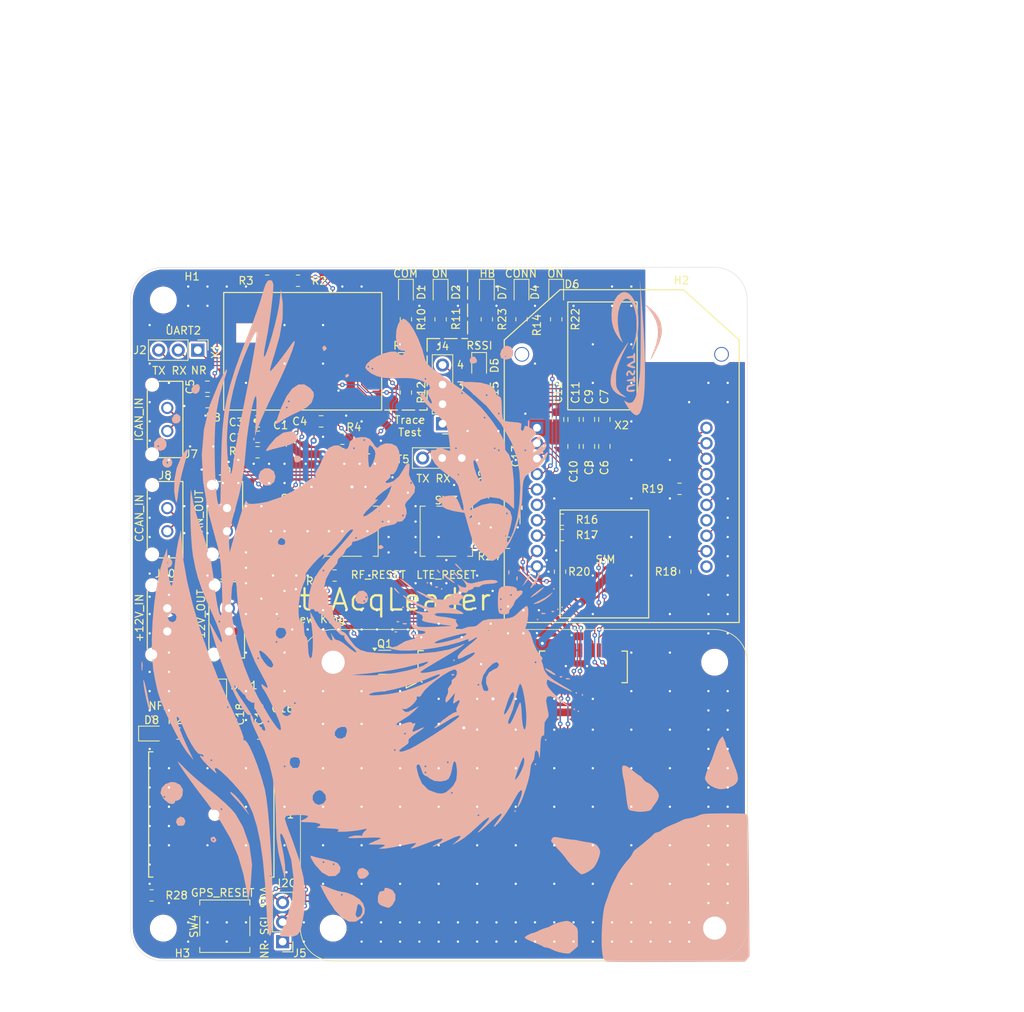
<source format=kicad_pcb>
(kicad_pcb (version 20240108) (generator "pcbnew") (generator_version "8.0")
  (title_block (title "DataAcq-LeaderPCB") (date "2025-01-02") (rev "1") (company "Longhorn Racing Solar"))
  (layers (0 "F.Cu" signal) (31 "B.Cu" signal) (34 "B.Paste" user) (35 "F.Paste" user) (36 "B.SilkS" user "B.Silkscreen") (37 "F.SilkS" user "F.Silkscreen") (38 "B.Mask" user) (39 "F.Mask" user) (44 "Edge.Cuts" user))
  (net 0 "")
  (net 1 "GND")
  (net 6 "/GPS_I2C_SCL")
  (net 7 "/GPS_NRESET")
  (net 8 "/RF_UART_RX")
  (net 14 "/GPS_I2C_SDA")
  (net 15 "/RF_D2")
  (net 16 "/RF_D3")
  (net 18 "/RF_STATUS_RSSI")
  (net 19 "/RF_COMISSION")
  (net 21 "/RF_SLEEP")
  (net 22 "/RF_D21")
  (net 23 "/RF_NCTS")
  (net 24 "/RF_UART_TX")
  (net 29 "/RF_NRESET")
  (net 31 "/RF_STATUS_AWAKE")
  (net 32 "+3.3V")
  (net 33 "/RF_NBOOTMODE")
  (net 34 "/RF_NRTS")
  (net 35 "/LTE_UART_TX")
  (net 40 "/LTE_D4")
  (net 44 "/LTE_NRESET")
  (net 45 "/LTE_STATUS_CONN")
  (net 46 "/LTE_NCTS")
  (net 48 "/LTE_NRTS")
  (net 49 "/LTE_Trace3")
  (net 50 "/LTE_Trace1")
  (net 51 "/LTE_Trace2")
  (net 52 "+12V")
  (net 53 "/LTE_STATUS_HB")
  (net 54 "/LTE_STATUS_RSSI")
  (net 56 "/RF_NRESET_MCU")
  (net 57 "/LTE_STATUS_ON")
  (net 58 "/LTE_NDTR{slash}SLEEP_RQ")
  (net 59 "/LTE_NRESET_MCU")
  (net 60 "/LTE_UART_RX")
  (net 63 "/GPS_3D_Fix")
  (net 66 "/LTE_D5")
  (net 67 "/LTE_D6")
  (net 68 "/LTE_D7")
  (net 69 "/RF_SPI_OFF")
  (net 70 "/RF_SW1")
  (net 71 "/RF_SW2")
  (net 72 "/LTE_D+_OFF")
  (net 73 "/LTE_D-_OFF")
  (net 74 "/LTE_SW3")
  (net 75 "/GPS_SW4")
  (net 76 "/GPS_EXT_OFF")
  (net 77 "/+3.3V_GPS")
  (net 78 "/+3.3V_GPS_BAT")
  (net 79 "/LTE_Trace4")
  (net 80 "/CAN_CAR_-")
  (net 81 "/CAN_CAR_+")
  (net 82 "/CAN_PERF_-")
  (net 83 "/CAN_PERF_+")
  (net 84 "/GPS_D8")
  (net 85 "/RF_COMISSION_LED")
  (footprint "Capacitor_SMD:C_0805_2012Metric" (layer "F.Cu") (at 119.5 73 -90)
    (property "Reference" "C1")
    (property "Value" "10u")
  )
  (footprint "LED_SMD:LED_0805_2012Metric" (layer "F.Cu") (at 145.25 62.75 -90)
    (property "Reference" "D5")
    (property "Value" "LTE_RSSI")
  )
  (footprint "Connector_PinHeader_2.54mm:PinHeader_1x03_P2.54mm_Vertical" (layer "F.Cu") (at 119.75 137.5 180)
    (property "Reference" "J5")
    (property "Value" "GPS_I2C")
  )
  (footprint "Resistor_SMD:R_0805_2012Metric" (layer "F.Cu") (at 145.75 79.75 -90)
    (property "Reference" "R21")
    (property "Value" "1k")
  )
  (footprint "Resistor_SMD:R_0805_2012Metric" (layer "F.Cu") (at 150.75 56.75 90)
    (property "Reference" "R14")
    (property "Value" "1k")
  )
  (footprint "Resistor_SMD:R_0805_2012Metric" (layer "F.Cu") (at 106.25 110.5 180)
    (property "Reference" "R27")
    (property "Value" "1k")
  )
  (footprint "Resistor_SMD:R_0805_2012Metric" (layer "F.Cu") (at 156 82.75 180)
    (property "Reference" "R16")
    (property "Value" "10k")
  )
  (footprint "DataAcqLeaderBoard-Footprints:CONN_SD-43650-006_02_MOL" (layer "F.Cu") (at 104.5 69.75 -90)
    (property "Reference" "J7")
    (property "Value" "ICAN_IN")
  )
  (footprint "DataAcqLeaderBoard-Footprints:CONN_SD-43650-006_02_MOL" (layer "F.Cu") (at 104.5 82.75 -90)
    (property "Reference" "J8")
    (property "Value" "CCAN_IN")
  )
  (footprint "DataAcqLeaderBoard-Footprints:CONN_SD-43650-006_02_MOL" (layer "F.Cu") (at 112.5 95.75 -90)
    (property "Reference" "J6")
    (property "Value" "PWR_OUT")
  )
  (footprint "Resistor_SMD:R_0805_2012Metric" (layer "F.Cu") (at 121 112.75)
    (property "Reference" "R25")
    (property "Value" "10k")
  )
  (footprint "Resistor_SMD:R_0805_2012Metric" (layer "F.Cu") (at 125.525 78.75)
    (property "Reference" "R6")
    (property "Value" "1k")
  )
  (footprint "Resistor_SMD:R_0805_2012Metric" (layer "F.Cu") (at 156 84.75 180)
    (property "Reference" "R17")
    (property "Value" "10k")
  )
  (footprint "Resistor_SMD:R_0805_2012Metric" (layer "F.Cu") (at 155.25 56.75 90)
    (property "Reference" "R22")
    (property "Value" "1k")
  )
  (footprint "DataAcqLeaderBoard-Footprints:CONN_SD-43650-006_02_MOL" (layer "F.Cu") (at 112.25 82.75 -90)
    (property "Reference" "J9")
    (property "Value" "CCAN_OUT")
  )
  (footprint "Resistor_SMD:R_0805_2012Metric" (layer "F.Cu") (at 127.5 74.25)
    (property "Reference" "R1")
    (property "Value" "10k")
  )
  (footprint "Capacitor_SMD:C_0805_2012Metric" (layer "F.Cu") (at 113.25 110.5)
    (property "Reference" "C18")
    (property "Value" "1u")
  )
  (footprint "Package_TO_SOT_SMD:SOT-23-3" (layer "F.Cu") (at 149 82.5 -90)
    (property "Reference" "Q2")
    (property "Value" "NMOS")
  )
  (footprint "DataAcqLeaderBoard-Footprints:PA1616S_ADA" (layer "F.Cu") (at 110.5 121 -90)
    (property "Reference" "U1")
    (property "Value" "PA1616S_GPS")
  )
  (footprint "Button_Switch_SMD:SW_SPST_B3SL-1002P" (layer "F.Cu") (at 141 84.25 -90)
    (property "Reference" "SW3")
    (property "Value" "LTE_RESET")
  )
  (footprint "Capacitor_SMD:C_0805_2012Metric" (layer "F.Cu") (at 161.5 69.75 90)
    (property "Reference" "C7")
    (property "Value" "100u")
  )
  (footprint "Resistor_SMD:R_0805_2012Metric" (layer "F.Cu") (at 122.25 115.5 90)
    (property "Reference" "R26")
    (property "Value" "1k")
  )
  (footprint "Capacitor_SMD:C_0805_2012Metric" (layer "F.Cu") (at 155.5 69.75 90)
    (property "Reference" "C12")
    (property "Value" "10p")
  )
  (footprint "Capacitor_SMD:C_0805_2012Metric" (layer "F.Cu") (at 110 65.5 180)
    (property "Reference" "C5")
    (property "Value" "1u")
  )
  (footprint "Resistor_SMD:R_0805_2012Metric" (layer "F.Cu") (at 117.75 51.75 180)
    (property "Reference" "R3")
    (property "Value" "10k")
  )
  (footprint "LED_SMD:LED_0805_2012Metric" (layer "F.Cu") (at 140.25 53.25 -90)
    (property "Reference" "D2")
    (property "Value" "RF_ON")
  )
  (footprint "DataAcqLeaderBoard-Footprints:XBeeXR900RFMicro" (layer "F.Cu") (at 122.8 60.9 90)
    (property "Reference" "X1")
    (property "Value" "DigiXBeeRX900Micro")
  )
  (footprint "Connector_PinHeader_2.54mm:PinHeader_1x04_P2.54mm_Vertical" (layer "F.Cu") (at 140.5 70.3 180)
    (property "Reference" "J4")
    (property "Value" "LTE_Trace")
  )
  (footprint "MountingHole:MountingHole_3mm" (layer "F.Cu") (at 104.275 54.25)
    (property "Reference" "H1")
    (property "Value" "M.3")
  )
  (footprint "Button_Switch_SMD:SW_SPST_B3SL-1002P" (layer "F.Cu") (at 121 84.25 90)
    (property "Reference" "SW2")
    (property "Value" "RF_COM")
  )
  (footprint "Capacitor_SMD:C_0805_2012Metric" (layer "F.Cu") (at 159.5 73.25 -90)
    (property "Reference" "C8")
    (property "Value" "100u")
  )
  (footprint "Capacitor_SMD:C_0805_2012Metric" (layer "F.Cu") (at 119.5 109.75 90)
    (property "Reference" "C16")
    (property "Value" "100n")
  )
  (footprint "Resistor_SMD:R_0805_2012Metric" (layer "F.Cu") (at 116.5 74 180)
    (property "Reference" "R7")
    (property "Value" "10k")
  )
  (footprint "LED_SMD:LED_0805_2012Metric" (layer "F.Cu") (at 150.75 53.25 -90)
    (property "Reference" "D4")
    (property "Value" "LTE_CONN")
  )
  (footprint "Button_Switch_SMD:SW_SPST_B3SL-1002P" (layer "F.Cu") (at 128.75 84.25 90)
    (property "Reference" "SW1")
    (property "Value" "RF_RESET")
  )
  (footprint "Capacitor_SMD:C_0805_2012Metric" (layer "F.Cu") (at 120.25 115.5 -90)
    (property "Reference" "C17")
    (property "Value" "1u")
  )
  (footprint "Capacitor_SMD:C_0805_2012Metric" (layer "F.Cu") (at 159.5 69.75 90)
    (property "Reference" "C9")
    (property "Value" "10u")
  )
  (footprint "Capacitor_SMD:C_0805_2012Metric" (layer "F.Cu") (at 157.5 73.25 -90)
    (property "Reference" "C10")
    (property "Value" "10n")
  )
  (footprint "Resistor_SMD:R_0805_2012Metric" (layer "F.Cu") (at 171.25 78.75 180)
    (property "Reference" "R19")
    (property "Value" "10k")
  )
  (footprint "DataAcqLeaderBoard-Footprints:CONN_SD-43650-006_02_MOL" (layer "F.Cu") (at 104.5 95.75 -90)
    (property "Reference" "J10")
    (property "Value" "PWR_IN")
  )
  (footprint "Resistor_SMD:R_0805_2012Metric" (layer "F.Cu") (at 135.75 66.25 90)
    (property "Reference" "R12")
    (property "Value" "1k")
  )
  (footprint "Resistor_SMD:R_0805_2012Metric" (layer "F.Cu") (at 127.5 72.25)
    (property "Reference" "R4")
    (property "Value" "10k")
  )
  (footprint "LED_SMD:LED_0805_2012Metric" (layer "F.Cu") (at 135.75 62.75 -90)
    (property "Reference" "D3")
    (property "Value" "RF_RSSI")
  )
  (footprint "Resistor_SMD:R_0805_2012Metric" (layer "F.Cu") (at 140.25 56.75 90)
    (property "Reference" "R11")
    (property "Value" "1k")
  )
  (footprint "Capacitor_SMD:C_0805_2012Metric" (layer "F.Cu") (at 116.5 70 180)
    (property "Reference" "C3")
    (property "Value" "47p")
  )
  (footprint "LED_SMD:LED_0805_2012Metric" (layer "F.Cu") (at 102.75 110.5)
    (property "Reference" "D8")
    (property "Value" "!3D_FX")
  )
  (footprint "LED_SMD:LED_0805_2012Metric" (layer "F.Cu") (at 155.25 53.25 -90)
    (property "Reference" "D6")
    (property "Value" "LTE_ON")
  )
  (footprint "Connector_PinHeader_2.54mm:PinHeader_1x03_P2.54mm_Vertical" (layer "F.Cu") (at 108.75 60.75 -90)
    (property "Reference" "J2")
    (property "Value" "RF_UART")
  )
  (footprint "Capacitor_SMD:C_0805_2012Metric" (layer "F.Cu") (at 157.5 69.75 90)
    (property "Reference" "C11")
    (property "Value" "56p")
  )
  (footprint "MountingHole:MountingHole_3mm" (layer "F.Cu") (at 104.275 135.75)
    (property "Reference" "H3")
    (property "Value" "M.3")
  )
  (footprint "MountingHole:MountingHole_3mm" (layer "F.Cu") (at 175.775 54.25)
    (property "Reference" "H2")
    (property "Value" "M.3")
  )
  (footprint "Capacitor_SMD:C_0805_2012Metric" (layer "F.Cu") (at 148 77.75 90)
    (property "Reference" "C14")
    (property "Value" "1u")
  )
  (footprint "Capacitor_SMD:C_0805_2012Metric" (layer "F.Cu") (at 124.75 70)
    (property "Reference" "C4")
    (property "Value" "1u")
  )
  (footprint "Resistor_SMD:R_0805_2012Metric" (layer "F.Cu") (at 172 89.5 -90)
    (property "Reference" "R18")
    (property "Value" "10k")
  )
  (footprint "Resistor_SMD:R_0805_2012Metric" (layer "F.Cu") (at 149 85.75)
    (property "Reference" "R24")
    (property "Value" "10k")
  )
  (footprint "Resistor_SMD:R_0805_2012Metric" (layer "F.Cu") (at 132.75 104.25)
    (property "Reference" "R13")
    (property "Value" "10k")
  )
  (footprint "Resistor_SMD:R_0805_2012Metric" (layer "F.Cu") (at 121.75 51.75 180)
    (property "Reference" "R2")
    (property "Value" "10k")
  )
  (footprint "Capacitor_SMD:C_0805_2012Metric" (layer "F.Cu") (at 116.5 72 180)
    (property "Reference" "C2")
    (property "Value" "1u")
  )
  (footprint "Resistor_SMD:R_0805_2012Metric" (layer "F.Cu") (at 155.75 89.5 -90)
    (property "Reference" "R20")
    (property "Value" "10k")
  )
  (footprint "Resistor_SMD:R_0805_2012Metric" (layer "F.Cu") (at 126.5 90 180)
    (property "Reference" "R5")
    (property "Value" "10k")
  )
  (footprint "Resistor_SMD:R_0805_2012Metric" (layer "F.Cu") (at 145.25 66.25 90)
    (property "Reference" "R15")
    (property "Value" "1k")
  )
  (footprint "Resistor_SMD:R_0805_2012Metric" (layer "F.Cu") (at 110 67.5 180)
    (property "Reference" "R8")
    (property "Value" "1k")
  )
  (footprint "Resistor_SMD:R_0402_1005Metric" (layer "F.Cu") (at 121.5 110.75 180)
    (property "Reference" "FB1")
    (property "Value" "FerriteBead")
  )
  (footprint "Capacitor_SMD:C_0805_2012Metric" (layer "F.Cu") (at 161.5 73.25 -90)
    (property "Reference" "C6")
    (property "Value" "100u")
  )
  (footprint "Resistor_SMD:R_0805_2012Metric" (layer "F.Cu") (at 146.25 56.75 90)
    (property "Reference" "R23")
    (property "Value" "1k")
  )
  (footprint "LED_SMD:LED_0805_2012Metric" (layer "F.Cu") (at 135.75 53.25 -90)
    (property "Reference" "D1")
    (property "Value" "RF_COM_LED")
  )
  (footprint "Resistor_SMD:R_0805_2012Metric" (layer "F.Cu") (at 102.75 131.5 180)
    (property "Reference" "R28")
    (property "Value" "10k")
  )
  (footprint "DataAcqLeaderBoard-Footprints:DigiXBee3LTECat4" (layer "F.Cu") (at 163.75 74.5)
    (property "Reference" "X2")
    (property "Value" "DigiXBee3LTECat4")
  )
  (footprint "Capacitor_SMD:C_0805_2012Metric" (layer "F.Cu") (at 150 77.75 90)
    (property "Reference" "C13")
    (property "Value" "10n")
  )
  (footprint "DataAcqLeaderBoard-Footprints:BAT_2994TR" (layer "F.Cu") (at 109.75 106 -90)
    (property "Reference" "BAT1")
    (property "Value" "ML414")
  )
  (footprint "Connector_PinHeader_2.54mm:PinHeader_1x03_P2.54mm_Vertical" (layer "F.Cu") (at 143 74.75 -90)
    (property "Reference" "J3")
    (property "Value" "LTE_UART")
  )
  (footprint "Resistor_SMD:R_0805_2012Metric" (layer "F.Cu") (at 135.75 56.75 90)
    (property "Reference" "R10")
    (property "Value" "1k")
  )
  (footprint "UTSVT_Special:LeaderSOM" (layer "F.Cu") (at 150.9 95.8)
    (property "Reference" "J1")
    (property "Value" "~")
  )
  (footprint "LED_SMD:LED_0805_2012Metric" (layer "F.Cu") (at 146.25 53.25 -90)
    (property "Reference" "D7")
    (property "Value" "LTE_HeartBeat")
  )
  (footprint "Capacitor_SMD:C_0805_2012Metric" (layer "F.Cu") (at 116.75 110.5 180)
    (property "Reference" "C15")
    (property "Value" "1u")
  )
  (footprint "Package_TO_SOT_SMD:SOT-23-3" (layer "F.Cu") (at 133 101.25)
    (property "Reference" "Q1")
    (property "Value" "NMOS")
  )
  (footprint "Button_Switch_SMD:SW_SPST_B3SL-1002P" (layer "F.Cu") (at 112.25 135.5 180)
    (property "Reference" "SW4")
    (property "Value" "GPS_RESET")
  )
  (footprint "DataAcqLeaderBoard-Footprints:otter" (layer "B.Cu") (at 131 94.25 90)
    (property "Reference" "LOGO1" (hide yes))
    (property "Value" "Otter" (hide yes))
  )
  (footprint "DataAcqLeaderBoard-Footprints:sun" (layer "B.Cu") (at 165.685947 124.382272 90)
    (property "Reference" "LOGO3" (hide yes))
    (property "Value" "Sun" (hide yes))
  )
  (footprint "UTSVT_Special:UTSVT_Logo_Symbol" (layer "B.Cu") (at 165.5 60.75 90)
    (property "Reference" "LOGO2" (hide yes))
    (property "Value" "UTSVT" (hide yes))
  )
  (gr_line (start 138.5 59.25) (end 143.75 59.25) (stroke (width 0.15) (type dash)) (layer "F.SilkS"))
  (gr_line (start 138.5 59.25) (end 138.5 68.5) (stroke (width 0.15) (type dash)) (layer "F.SilkS"))
  (gr_line (start 143.75 50.25) (end 143.75 59.25) (stroke (width 0.15) (type dash)) (layer "F.SilkS"))
  (gr_line (start 133 68.5271) (end 138.5 68.5271) (stroke (width 0.15) (type dash)) (layer "F.SilkS"))
  (gr_arc (start 175.775 50) (mid 178.780204 51.244796) (end 180.025 54.25) (stroke (width 0.05)) (layer "Edge.Cuts"))
  (gr_line (start 175.775 140) (end 104.275 140) (stroke (width 0.05)) (layer "Edge.Cuts"))
  (gr_line (start 180.025 54.25) (end 180.025 135.75) (stroke (width 0.05)) (layer "Edge.Cuts"))
  (gr_arc (start 180.025 135.75) (mid 178.780204 138.755204) (end 175.775 140) (stroke (width 0.05)) (layer "Edge.Cuts"))
  (gr_line (start 104.275 50) (end 175.775 50) (stroke (width 0.05)) (layer "Edge.Cuts"))
  (gr_arc (start 100.025 54.25) (mid 101.269796 51.244796) (end 104.275 50) (stroke (width 0.05)) (layer "Edge.Cuts"))
  (gr_line (start 100.025 135.75) (end 100.025 54.25) (stroke (width 0.05)) (layer "Edge.Cuts"))
  (gr_arc (start 104.275 140) (mid 101.269796 138.755204) (end 100.025 135.75) (stroke (width 0.05)) (layer "Edge.Cuts"))
  (gr_text "ON" (at 139 51.4 0) (layer "F.SilkS") (effects (font (size 1 1)) (justify left bottom)))
  (gr_text "Trace\nTest" (at 136.25 72 0) (layer "F.SilkS") (effects (font (size 1 1)) (justify bottom)))
  (gr_text "1" (at 142.25 71 0) (layer "F.SilkS") (effects (font (size 1 1)) (justify left bottom)))
  (gr_text "RSSI" (at 134 60.75 0) (layer "F.SilkS") (effects (font (size 1 1)) (justify left bottom)))
  (gr_text "CCAN_OUT" (at 109.5 86.5 90) (layer "F.SilkS") (effects (font (size 1 1)) (justify left bottom)))
  (gr_text "LTE_RESET" (at 137 90.5 0) (layer "F.SilkS") (effects (font (size 1 1)) (justify left bottom)))
  (gr_text "I2C" (at 119 130.5 0) (layer "F.SilkS") (effects (font (size 1 1)) (justify left bottom)))
  (gr_text "UART5" (at 131.5 75.5 0) (layer "F.SilkS") (effects (font (size 1 1)) (justify left bottom)))
  (gr_text "ICAN_IN" (at 101.7035 72.666666 90) (layer "F.SilkS") (effects (font (size 1 1)) (justify left bottom)))
  (gr_text "Matthew King" (at 117.75 96.25 0) (layer "F.SilkS") (effects (font (size 1 1)) (justify left bottom)))
  (gr_text "NFX" (at 102.25 107.5 0) (layer "F.SilkS") (effects (font (size 1 1)) (justify left bottom)))
  (gr_text "TX" (at 137 78 0) (layer "F.SilkS") (effects (font (size 1 1)) (justify left bottom)))
  (gr_text "4" (at 142.25 63.25 0) (layer "F.SilkS") (effects (font (size 1 1)) (justify left bottom)))
  (gr_text "RX" (at 105.25 64 0) (layer "F.SilkS") (effects (font (size 1 1)) (justify left bottom)))
  (gr_text "+12V_OUT" (at 109.75 99.5 90) (layer "F.SilkS") (effects (font (size 1 1)) (justify left bottom)))
  (gr_text "RF_COM" (at 116.75 90.5 0) (layer "F.SilkS") (effects (font (size 1 1)) (justify left bottom)))
  (gr_text "SCL\n" (at 118 136.75 90) (layer "F.SilkS") (effects (font (size 1 1)) (justify left bottom)))
  (gr_text "+12V_IN" (at 101.75 98.75 90) (layer "F.SilkS") (effects (font (size 1 1)) (justify left bottom)))
  (gr_text "RX" (at 139.5 78 0) (layer "F.SilkS") (effects (font (size 1 1)) (justify left bottom)))
  (gr_text "NR" (at 142 78 0) (layer "F.SilkS") (effects (font (size 1 1)) (justify left bottom)))
  (gr_text "RF_RESET" (at 128.5 90.5 0) (layer "F.SilkS") (effects (font (size 1 1)) (justify left bottom)))
  (gr_text "DataAcqLeader" (at 116.5 94.75 0) (layer "F.SilkS") (effects (font (size 2.75 2.75) (thickness 0.3)) (justify left bottom)))
  (gr_text "HB" (at 145.2 51.4 0) (layer "F.SilkS") (effects (font (size 1 1)) (justify left bottom)))
  (gr_text "SDA\n" (at 118 133.25 90) (layer "F.SilkS") (effects (font (size 1 1)) (justify left bottom)))
  (gr_text "TX" (at 102.75 64 0) (layer "F.SilkS") (effects (font (size 1 1)) (justify left bottom)))
  (gr_text "RSSI" (at 143.5 60.75 0) (layer "F.SilkS") (effects (font (size 1 1)) (justify left bottom)))
  (gr_text "3\n" (at 142.25 66 0) (layer "F.SilkS") (effects (font (size 1 1)) (justify left bottom)))
  (gr_text "COM" (at 134 51.4 0) (layer "F.SilkS") (effects (font (size 1 1)) (justify left bottom)))
  (gr_text "ON" (at 154 51.4 0) (layer "F.SilkS") (effects (font (size 1 1)) (justify left bottom)))
  (gr_text "UART2" (at 104.45 58.8 0) (layer "F.SilkS") (effects (font (size 1 1)) (justify left bottom)))
  (gr_text "CONN" (at 148.5 51.4 0) (layer "F.SilkS") (effects (font (size 1 1)) (justify left bottom)))
  (gr_text "2" (at 142.25 68.5 0) (layer "F.SilkS") (effects (font (size 1 1)) (justify left bottom)))
  (gr_text "NR" (at 118 139.797059 90) (layer "F.SilkS") (effects (font (size 1 1)) (justify left bottom)))
  (gr_text "NR" (at 107.75 63.965689 0) (layer "F.SilkS") (effects (font (size 1 1)) (justify left bottom)))
  (gr_text "GPS_RESET" (at 107.75 131.75 0) (layer "F.SilkS") (effects (font (size 1 1)) (justify left bottom)))
  (gr_text "CCAN_IN" (at 101.75 85.75 90) (layer "F.SilkS") (effects (font (size 1 1)) (justify left bottom)))
  (segment (start 129.280054 66) (end 128.75 66) (width 0.3) (layer "F.Cu") (net 1))
  (segment (start 115.25 52.5) (end 115 52.5) (width 0.3) (layer "F.Cu") (net 1))
  (segment (start 129.99648 67.440325) (end 129.99648 66.716426) (width 0.3) (layer "F.Cu") (net 1))
  (segment (start 127.49712 66.49712) (end 127 66) (width 0.3) (layer "F.Cu") (net 1))
  (segment (start 127.49712 68.74712) (end 128 69.25) (width 0.3) (layer "F.Cu") (net 1))
  (segment (start 127.49712 67.440325) (end 127.49712 66.49712) (width 0.3) (layer "F.Cu") (net 1))
  (segment (start 129.99648 69.99648) (end 130 70) (width 0.3) (layer "F.Cu") (net 1))
  (segment (start 129.99648 67.440325) (end 129.99648 69.99648) (width 0.3) (layer "F.Cu") (net 1))
  (segment (start 116.25 54.333925) (end 116.25 53.5) (width 0.3) (layer "F.Cu") (net 1))
  (segment (start 127.49712 67.440325) (end 127.49712 68.74712) (width 0.3) (layer "F.Cu") (net 1))
  (segment (start 116.25 53.5) (end 115.25 52.5) (width 0.3) (layer "F.Cu") (net 1))
  (segment (start 129.99648 66.716426) (end 129.280054 66) (width 0.3) (layer "F.Cu") (net 1))
  (segment (start 116.25 55.25) (end 116 55.5) (width 0.3) (layer "F.Cu") (net 1))
  (segment (start 116.25 54.333925) (end 116.25 55.25) (width 0.3) (layer "F.Cu") (net 1))
  (via (at 102.5 115) (size 0.6) (drill 0.3) (layers "F.Cu" "B.Cu") (net 1))
  (via (at 112.5 137.5) (size 0.6) (drill 0.3) (layers "F.Cu" "B.Cu") (net 1))
  (via (at 150 125) (size 0.6) (drill 0.3) (layers "F.Cu" "B.Cu") (net 1))
  (via (at 160 115) (size 0.6) (drill 0.3) (layers "F.Cu" "B.Cu") (net 1))
  (via (at 177.5 125) (size 0.6) (drill 0.3) (layers "F.Cu" "B.Cu") (net 1))
  (via (at 134 77.25) (size 0.6) (drill 0.3) (layers "F.Cu" "B.Cu") (net 1))
  (via (at 147.5 137.5) (size 0.6) (drill 0.3) (layers "F.Cu" "B.Cu") (net 1))
  (via (at 175 130) (size 0.6) (drill 0.3) (layers "F.Cu" "B.Cu") (net 1))
  (via (at 155 130) (size 0.6) (drill 0.3) (layers "F.Cu" "B.Cu") (net 1))
  (via (at 177.5 107.5) (size 0.6) (drill 0.3) (layers "F.Cu" "B.Cu") (net 1))
  (via (at 107 84.5) (size 0.6) (drill 0.3) (layers "F.Cu" "B.Cu") (net 1))
  (via (at 132.5 137.5) (size 0.6) (drill 0.3) (layers "F.Cu" "B.Cu") (net 1))
  (via (at 165 130) (size 0.6) (drill 0.3) (layers "F.Cu" "B.Cu") (net 1))
  (via (at 175 110) (size 0.6) (drill 0.3) (layers "F.Cu" "B.Cu") (net 1))
  (via (at 130 109.25) (size 0.6) (drill 0.3) (layers "F.Cu" "B.Cu") (net 1))
  (via (at 102.5 127.5) (size 0.6) (drill 0.3) (layers "F.Cu" "B.Cu") (net 1))
  (via (at 165 60) (size 0.6) (drill 0.3) (layers "F.Cu" "B.Cu") (net 1))
  (via (at 162.5 55) (size 0.6) (drill 0.3) (layers "F.Cu" "B.Cu") (net 1))
  (via (at 112.5 52.5) (size 0.6) (drill 0.3) (layers "F.Cu" "B.Cu") (net 1))
  (via (at 118 75.5) (size 0.6) (drill 0.3) (layers "F.Cu" "B.Cu") (net 1))
  (via (at 125 97) (size 0.6) (drill 0.3) (layers "F.Cu" "B.Cu") (net 1))
  (via (at 102.5 82.5) (size 0.6) (drill 0.3) (layers "F.Cu" "B.Cu") (net 1))
  (via (at 135 115) (size 0.6) (drill 0.3) (layers "F.Cu" "B.Cu") (net 1))
  (via (at 170 95) (size 0.6) (drill 0.3) (layers "F.Cu" "B.Cu") (net 1))
  (via (at 122 94) (size 0.6) (drill 0.3) (layers "F.Cu" "B.Cu") (net 1))
  (via (at 127 66) (size 0.6) (drill 0.3) (layers "F.Cu" "B.Cu") (net 1))
  (via (at 165 85) (size 0.6) (drill 0.3) (layers "F.Cu" "B.Cu") (net 1))
  (via (at 150 110) (size 0.6) (drill 0.3) (layers "F.Cu" "B.Cu") (net 1))
  (via (at 137 91) (size 0.6) (drill 0.3) (layers "F.Cu" "B.Cu") (net 1))
  (via (at 110 90) (size 0.6) (drill 0.3) (layers "F.Cu" "B.Cu") (net 1))
  (via (at 170 120) (size 0.6) (drill 0.3) (layers "F.Cu" "B.Cu") (net 1))
  (via (at 177.5 65) (size 0.6) (drill 0.3) (layers "F.Cu" "B.Cu") (net 1))
  (via (at 107.5 135) (size 0.6) (drill 0.3) (layers "F.Cu" "B.Cu") (net 1))
  (via (at 105 125) (size 0.6) (drill 0.3) (layers "F.Cu" "B.Cu") (net 1))
  (via (at 170 75) (size 0.6) (drill 0.3) (layers "F.Cu" "B.Cu") (net 1))
  (via (at 170 130) (size 0.6) (drill 0.3) (layers "F.Cu" "B.Cu") (net 1))
  (via (at 110 84.5) (size 0.6) (drill 0.3) (layers "F.Cu" "B.Cu") (net 1))
  (via (at 170 105) (size 0.6) (drill 0.3) (layers "F.Cu" "B.Cu") (net 1))
  (via (at 165 120) (size 0.6) (drill 0.3) (layers "F.Cu" "B.Cu") (net 1))
  (via (at 147.5 135) (size 0.6) (drill 0.3) (layers "F.Cu" "B.Cu") (net 1))
  (via (at 165 55) (size 0.6) (drill 0.3) (layers "F.Cu" "B.Cu") (net 1))
  (via (at 136 97) (size 0.6) (drill 0.3) (layers "F.Cu" "B.Cu") (net 1))
  (via (at 137 83) (size 0.6) (drill 0.3) (layers "F.Cu" "B.Cu") (net 1))
  (via (at 137.75 98) (size 0.6) (drill 0.3) (layers "F.Cu" "B.Cu") (net 1))
  (via (at 137.5 65) (size 0.6) (drill 0.3) (layers "F.Cu" "B.Cu") (net 1))
  (via (at 105 57.5) (size 0.6) (drill 0.3) (layers "F.Cu" "B.Cu") (net 1))
  (via (at 125 62.5) (size 0.6) (drill 0.3) (layers "F.Cu" "B.Cu") (net 1))
  (via (at 132 97) (size 0.6) (drill 0.3) (layers "F.Cu" "B.Cu") (net 1))
  (via (at 118 78) (size 0.6) (drill 0.3) (layers "F.Cu" "B.Cu") (net 1))
  (via (at 130 94.5) (size 0.6) (drill 0.3) (layers "F.Cu" "B.Cu") (net 1))
  (via (at 112.75 75.25) (size 0.6) (drill 0.3) (layers "F.Cu" "B.Cu") (net 1))
  (via (at 165 135) (size 0.6) (drill 0.3) (layers "F.Cu" "B.Cu") (net 1))
  (via (at 150 106) (size 0.6) (drill 0.3) (layers "F.Cu" "B.Cu") (net 1))
  (via (at 146.75 96.25) (size 0.6) (drill 0.3) (layers "F.Cu" "B.Cu") (net 1))
  (via (at 155 120) (size 0.6) (drill 0.3) (layers "F.Cu" "B.Cu") (net 1))
  (via (at 170 80) (size 0.6) (drill 0.3) (layers "F.Cu" "B.Cu") (net 1))
  (via (at 115 91) (size 0.6) (drill 0.3) (layers "F.Cu" "B.Cu") (net 1))
  (via (at 165 70) (size 0.6) (drill 0.3) (layers "F.Cu" "B.Cu") (net 1))
  (via (at 135 109.25) (size 0.6) (drill 0.3) (layers "F.Cu" "B.Cu") (net 1))
  (via (at 125 94.5) (size 0.6) (drill 0.3) (layers "F.Cu" "B.Cu") (net 1))
  (via (at 102.5 85) (size 0.6) (drill 0.3) (layers "F.Cu" "B.Cu") (net 1))
  (via (at 155 137.5) (size 0.6) (drill 0.3) (layers "F.Cu" "B.Cu") (net 1))
  (via (at 140 106) (size 0.6) (drill 0.3) (layers "F.Cu" "B.Cu") (net 1))
  (via (at 122.5 137.5) (size 0.6) (drill 0.3) (layers "F.Cu" "B.Cu") (net 1))
  (via (at 157.5 135) (size 0.6) (drill 0.3) (layers "F.Cu" "B.Cu") (net 1))
  (via (at 141 88) (size 0.6) (drill 0.3) (layers "F.Cu" "B.Cu") (net 1))
  (via (at 135 60) (size 0.6) (drill 0.3) (layers "F.Cu" "B.Cu") (net 1))
  (via (at 115 125) (size 0.6) (drill 0.3) (layers "F.Cu" "B.Cu") (net 1))
  (via (at 125 105) (size 0.6) (drill 0.3) (layers "F.Cu" "B.Cu") (net 1))
  (via (at 150.25 83.75) (size 0.6) (drill 0.3) (layers "F.Cu" "B.Cu") (net 1))
  (via (at 135 135) (size 0.6) (drill 0.3) (layers "F.Cu" "B.Cu") (net 1))
  (via (at 145 120) (size 0.6) (drill 0.3) (layers "F.Cu" "B.Cu") (net 1))
  (via (at 167.5 137.5) (size 0.6) (drill 0.3) (layers "F.Cu" "B.Cu") (net 1))
  (via (at 172.5 137.5) (size 0.6) (drill 0.3) (layers "F.Cu" "B.Cu") (net 1))
  (via (at 143 98) (size 0.6) (drill 0.3) (layers "F.Cu" "B.Cu") (net 1))
  (via (at 155 106) (size 0.6) (drill 0.3) (layers "F.Cu" "B.Cu") (net 1))
  (via (at 102.5 62.5) (size 0.6) (drill 0.3) (layers "F.Cu" "B.Cu") (net 1))
  (via (at 135 120) (size 0.6) (drill 0.3) (layers "F.Cu" "B.Cu") (net 1))
  (via (at 140 137.5) (size 0.6) (drill 0.3) (layers "F.Cu" "B.Cu") (net 1))
  (via (at 145 115) (size 0.6) (drill 0.3) (layers "F.Cu" "B.Cu") (net 1))
  (via (at 160 85) (size 0.6) (drill 0.3) (layers "F.Cu" "B.Cu") (net 1))
  (via (at 105 100) (size 0.6) (drill 0.3) (layers "F.Cu" "B.Cu") (net 1))
  (via (at 152.5 135) (size 0.6) (drill 0.3) (layers "F.Cu" "B.Cu") (net 1))
  (via (at 115 100) (size 0.6) (drill 0.3) (layers "F.Cu" "B.Cu") (net 1))
  (via (at 102.5 80) (size 0.6) (drill 0.3) (layers "F.Cu" "B.Cu") (net 1))
  (via (at 102.5 105) (size 0.6) (drill 0.3) (layers "F.Cu" "B.Cu") (net 1))
  (via (at 142.5 52.5) (size 0.6) (drill 0.3) (layers "F.Cu" "B.Cu") (net 1))
  (via (at 165 105) (size 0.6) (drill 0.3) (layers "F.Cu" "B.Cu") (net 1))
  (via (at 165 80) (size 0.6) (drill 0.3) (layers "F.Cu" "B.Cu") (net 1))
  (via (at 105 132.5) (size 0.6) (drill 0.3) (layers "F.Cu" "B.Cu") (net 1))
  (via (at 128 69.25) (size 0.6) (drill 0.3) (layers "F.Cu" "B.Cu") (net 1))
  (via (at 147.5 62.5) (size 0.6) (drill 0.3) (layers "F.Cu" "B.Cu") (net 1))
  (via (at 150 135) (size 0.6) (drill 0.3) (layers "F.Cu" "B.Cu") (net 1))
  (via (at 175 132.5) (size 0.6) (drill 0.3) (layers "F.Cu" "B.Cu") (net 1))
  (via (at 160 75.75) (size 0.6) (drill 0.3) (layers "F.Cu" "B.Cu") (net 1))
  (via (at 102.5 112.5) (size 0.6) (drill 0.3) (layers "F.Cu" "B.Cu") (net 1))
  (via (at 150 130) (size 0.6) (drill 0.3) (layers "F.Cu" "B.Cu") (net 1))
  (via (at 177.5 117.5) (size 0.6) (drill 0.3) (layers "F.Cu" "B.Cu") (net 1))
  (via (at 128 94.5) (size 0.6) (drill 0.3) (layers "F.Cu" "B.Cu") (net 1))
  (via (at 175 115) (size 0.6) (drill 0.3) (layers "F.Cu" "B.Cu") (net 1))
  (via (at 151 94.5) (size 0.6) (drill 0.3) (layers "F.Cu" "B.Cu") (net 1))
  (via (at 157.5 137.5) (size 0.6) (drill 0.3) (layers "F.Cu" "B.Cu") (net 1))
  (via (at 160 95) (size 0.6) (drill 0.3) (layers "F.Cu" "B.Cu") (net 1))
  (via (at 123 90) (size 0.6) (drill 0.3) (layers "F.Cu" "B.Cu") (net 1))
  (via (at 165 100) (size 0.6) (drill 0.3) (layers "F.Cu" "B.Cu") (net 1))
  (via (at 110 115) (size 0.6) (drill 0.3) (layers "F.Cu" "B.Cu") (net 1))
  (via (at 102.5 117.5) (size 0.6) (drill 0.3) (layers "F.Cu" "B.Cu") (net 1))
  (via (at 145 60) (size 0.6) (drill 0.3) (layers "F.Cu" "B.Cu") (net 1))
  (via (at 115 95) (size 0.6) (drill 0.3) (layers "F.Cu" "B.Cu") (net 1))
  (via (at 105 122.5) (size 0.6) (drill 0.3) (layers "F.Cu" "B.Cu") (net 1))
  (via (at 105 107.5) (size 0.6) (drill 0.3) (layers "F.Cu" "B.Cu") (net 1))
  (via (at 150 120) (size 0.6) (drill 0.3) (layers "F.Cu" "B.Cu") (net 1))
  (via (at 162.5 135) (size 0.6) (drill 0.3) (layers "F.Cu" "B.Cu") (net 1))
  (via (at 130 130) (size 0.6) (drill 0.3) (layers "F.Cu" "B.Cu") (net 1))
  (via (at 125.75 84.25) (size 0.6) (drill 0.3) (layers "F.Cu" "B.Cu") (net 1))
  (via (at 118.25 84.25) (size 0.6) (drill 0.3) (layers "F.Cu" "B.Cu") (net 1))
  (via (at 151 97.5) (size 0.6) (drill 0.3) (layers "F.Cu" "B.Cu") (net 1))
  (via (at 157.5 55) (size 0.6) (drill 0.3) (layers "F.Cu" "B.Cu") (net 1))
  (via (at 120 92) (size 0.6) (drill 0.3) (layers "F.Cu" "B.Cu") (net 1))
  (via (at 177.5 105) (size 0.6) (drill 0.3) (layers "F.Cu" "B.Cu") (net 1))
  (via (at 145 125) (size 0.6) (drill 0.3) (layers "F.Cu" "B.Cu") (net 1))
  (via (at 115 65) (size 0.6) (drill 0.3) (layers "F.Cu" "B.Cu") (net 1))
  (via (at 137.5 137.5) (size 0.6) (drill 0.3) (layers "F.Cu" "B.Cu") (net 1))
  (via (at 175 127.5) (size 0.6) (drill 0.3) (layers "F.Cu" "B.Cu") (net 1))
  (via (at 150 75) (size 0.6) (drill 0.3) (layers "F.Cu" "B.Cu") (net 1))
  (via (at 177.5 95) (size 0.6) (drill 0.3) (layers "F.Cu" "B.Cu") (net 1))
  (via (at 159.25 101.75) (size 0.6) (drill 0.3) (layers "F.Cu" "B.Cu") (net 1))
  (via (at 154.25 89.5) (size 0.6) (drill 0.3) (layers "F.Cu" "B.Cu") (net 1))
  (via (at 165 65) (size 0.6) (drill 0.3) (layers "F.Cu" "B.Cu") (net 1))
  (via (at 135 89.5) (size 0.6) (drill 0.3) (layers "F.Cu" "B.Cu") (net 1))
  (via (at 102.5 102.5) (size 0.6) (drill 0.3) (layers "F.Cu" "B.Cu") (net 1))
  (via (at 149 97.5) (size 0.6) (drill 0.3) (layers "F.Cu" "B.Cu") (net 1))
  (via (at 160 137.5) (size 0.6) (drill 0.3) (layers "F.Cu" "B.Cu") (net 1))
  (via (at 130.75 84.25) (size 0.6) (drill 0.3) (layers "F.Cu" "B.Cu") (net 1))
  (via (at 160 130) (size 0.6) (drill 0.3) (layers "F.Cu" "B.Cu") (net 1))
  (via (at 140 115) (size 0.6) (drill 0.3) (layers "F.Cu" "B.Cu") (net 1))
  (via (at 140 130) (size 0.6) (drill 0.3) (layers "F.Cu" "B.Cu") (net 1))
  (via (at 125 72) (size 0.6) (drill 0.3) (layers "F.Cu" "B.Cu") (net 1))
  (via (at 177.5 97.5) (size 0.6) (drill 0.3) (layers "F.Cu" "B.Cu") (net 1))
  (via (at 177.5 130) (size 0.6) (drill 0.3) (layers "F.Cu" "B.Cu") (net 1))
  (via (at 152.75 97.467893) (size 0.6) (drill 0.3) (layers "F.Cu" "B.Cu") (net 1))
  (via (at 160 60) (size 0.6) (drill 0.3) (layers "F.Cu" "B.Cu") (net 1))
  (via (at 137.5 135) (size 0.6) (drill 0.3) (layers "F.Cu" "B.Cu") (net 1))
  (via (at 170 135) (size 0.6) (drill 0.3) (layers "F.Cu" "B.Cu") (net 1))
  (via (at 125 120) (size 0.6) (drill 0.3) (layers "F.Cu" "B.Cu") (net 1))
  (via (at 152.5 55) (size 0.6) (drill 0.3) (layers "F.Cu" "B.Cu") (net 1))
  (via (at 155 110) (size 0.6) (drill 0.3) (layers "F.Cu" "B.Cu") (net 1))
  (via (at 145 130) (size 0.6) (drill 0.3) (layers "F.Cu" "B.Cu") (net 1))
  (via (at 131 90) (size 0.6) (drill 0.3) (layers "F.Cu" "B.Cu") (net 1))
  (via (at 127.75 75.5) (size 0.6) (drill 0.3) (layers "F.Cu" "B.Cu") (net 1))
  (via (at 177.5 127.5) (size 0.6) (drill 0.3) (layers "F.Cu" "B.Cu") (net 1))
  (via (at 105 92.5) (size 0.6) (drill 0.3) (layers "F.Cu" "B.Cu") (net 1))
  (via (at 147.5 55) (size 0.6) (drill 0.3) (layers "F.Cu" "B.Cu") (net 1))
  (via (at 170 125) (size 0.6) (drill 0.3) (layers "F.Cu" "B.Cu") (net 1))
  (via (at 143.75 71.25) (size 0.6) (drill 0.3) (layers "F.Cu" "B.Cu") (net 1))
  (via (at 177.5 132.5) (size 0.6) (drill 0.3) (layers "F.Cu" "B.Cu") (net 1))
  (via (at 120 62.5) (size 0.6) (drill 0.3) (layers "F.Cu" "B.Cu") (net 1))
  (via (at 125 130) (size 0.6) (drill 0.3) (layers "F.Cu" "B.Cu") (net 1))
  (via (at 146.75 83.75) (size 0.6) (drill 0.3) (layers "F.Cu" "B.Cu") (net 1))
  (via (at 140 109.25) (size 0.6) (drill 0.3) (layers "F.Cu" "B.Cu") (net 1))
  (via (at 177.5 67.5) (size 0.6) (drill 0.3) (layers "F.Cu" "B.Cu") (net 1))
  (via (at 115 52.5) (size 0.6) (drill 0.3) (layers "F.Cu" "B.Cu") (net 1))
  (via (at 102.5 70) (size 0.6) (drill 0.3) (layers "F.Cu" "B.Cu") (net 1))
  (via (at 105 102.5) (size 0.6) (drill 0.3) (layers "F.Cu" "B.Cu") (net 1))
  (via (at 133.5 87) (size 0.6) (drill 0.3) (layers "F.Cu" "B.Cu") (net 1))
  (via (at 141 91) (size 0.6) (drill 0.3) (layers "F.Cu" "B.Cu") (net 1))
  (via (at 102.5 120) (size 0.6) (drill 0.3) (layers "F.Cu" "B.Cu") (net 1))
  (via (at 119 95) (size 0.6) (drill 0.3) (layers "F.Cu" "B.Cu") (net 1))
  (via (at 107.75 73.25) (size 0.6) (drill 0.3) (layers "F.Cu" "B.Cu") (net 1))
  (via (at 136 94.5) (size 0.6) (drill 0.3) (layers "F.Cu" "B.Cu") (net 1))
  (via (at 107 68) (size 0.6) (drill 0.3) (layers "F.Cu" "B.Cu") (net 1))
  (via (at 145 135) (size 0.6) (drill 0.3) (layers "F.Cu" "B.Cu") (net 1))
  (via (at 130 125) (size 0.6) (drill 0.3) (layers "F.Cu" "B.Cu") (net 1))
  (via (at 152.5 137.5) (size 0.6) (drill 0.3) (layers "F.Cu" "B.Cu") (net 1))
  (via (at 102.5 92.75) (size 0.6) (drill 0.3) (layers "F.Cu" "B.Cu") (net 1))
  (via (at 140 125) (size 0.6) (drill 0.3) (layers "F.Cu" "B.Cu") (net 1))
  (via (at 142.5 137.5) (size 0.6) (drill 0.3) (layers "F.Cu" "B.Cu") (net 1))
  (via (at 130 135) (size 0.6) (drill 0.3) (layers "F.Cu" "B.Cu") (net 1))
  (via (at 130 52.5) (size 0.6) (drill 0.3) (layers "F.Cu" "B.Cu") (net 1))
  (via (at 130 70) (size 0.6) (drill 0.3) (layers "F.Cu" "B.Cu") (net 1))
  (via (at 135 105) (size 0.6) (drill 0.3) (layers "F.Cu" "B.Cu") (net 1))
  (via (at 175 117.5) (size 0.6) (drill 0.3) (layers "F.Cu" "B.Cu") (net 1))
  (via (at 110 95) (size 0.6) (drill 0.3) (layers "F.Cu" "B.Cu") (net 1))
  (via (at 175 120) (size 0.6) (drill 0.3) (layers "F.Cu" "B.Cu") (net 1))
  (via (at 112.5 135) (size 0.6) (drill 0.3) (layers "F.Cu" "B.Cu") (net 1))
  (via (at 130 105) (size 0.6) (drill 0.3) (layers "F.Cu" "B.Cu") (net 1))
  (via (at 160 106) (size 0.6) (drill 0.3) (layers "F.Cu" "B.Cu") (net 1))
  (via (at 145 137.5) (size 0.6) (drill 0.3) (layers "F.Cu" "B.Cu") (net 1))
  (via (at 157.5 52.5) (size 0.6) (drill 0.3) (layers "F.Cu" "B.Cu") (net 1))
  (via (at 132 94.5) (size 0.6) (drill 0.3) (layers "F.Cu" "B.Cu") (net 1))
  (via (at 160 90) (size 0.6) (drill 0.3) (layers "F.Cu" "B.Cu") (net 1))
  (via (at 177.5 122.5) (size 0.6) (drill 0.3) (layers "F.Cu" "B.Cu") (net 1))
  (via (at 134 94.5) (size 0.6) (drill 0.3) (layers "F.Cu" "B.Cu") (net 1))
  (via (at 160 125) (size 0.6) (drill 0.3) (layers "F.Cu" "B.Cu") (net 1))
  (via (at 107.5 55) (size 0.6) (drill 0.3) (layers "F.Cu" "B.Cu") (net 1))
  (via (at 152.5 52.5) (size 0.6) (drill 0.3) (layers "F.Cu" "B.Cu") (net 1))
  (via (at 175 95) (size 0.6) (drill 0.3) (layers "F.Cu" "B.Cu") (net 1))
  (via (at 110.75 73.25) (size 0.6) (drill 0.3) (layers "F.Cu" "B.Cu") (net 1))
  (via (at 135 125) (size 0.6) (drill 0.3) (layers "F.Cu" "B.Cu") (net 1))
  (via (at 165 90) (size 0.6) (drill 0.3) (layers "F.Cu" "B.Cu") (net 1))
  (via (at 170 85) (size 0.6) (drill 0.3) (layers "F.Cu" "B.Cu") (net 1))
  (via (at 172.5 67.5) (size 0.6) (drill 0.3) (layers "F.Cu" "B.Cu") (net 1))
  (via (at 125 109.25) (size 0.6) (drill 0.3) (layers "F.Cu" "B.Cu") (net 1))
  (via (at 145 75) (size 0.6) (drill 0.3) (layers "F.Cu" "B.Cu") (net 1))
  (via (at 153 94.5) (size 0.6) (drill 0.3) (layers "F.Cu" "B.Cu") (net 1))
  (via (at 175 105) (size 0.6) (drill 0.3) (layers "F.Cu" "B.Cu") (net 1))
  (via (at 145.5 101.5) (size 0.6) (drill 0.3) (layers "F.Cu" "B.Cu") (net 1))
  (via (at 120 105) (size 0.6) (drill 0.3) (layers "F.Cu" "B.Cu") (net 1))
  (via (at 125 125) (size 0.6) (drill 0.3) (layers "F.Cu" "B.Cu") (net 1))
  (via (at 177.5 87.5) (size 0.6) (drill 0.3) (layers "F.Cu" "B.Cu") (net 1))
  (via (at 115 89) (size 0.6) (drill 0.3) (layers "F.Cu" "B.Cu") (net 1))
  (via (at 105 115) (size 0.6) (drill 0.3) (layers "F.Cu" "B.Cu") (net 1))
  (via (at 137.5 52.5) (size 0.6) (drill 0.3) (layers "F.Cu" "B.Cu") (net 1))
  (via (at 115 120) (size 0.6) (drill 0.3) (layers "F.Cu" "B.Cu") (net 1))
  (via (at 165 137.5) (size 0.6) (drill 0.3) (layers "F.Cu" "B.Cu") (net 1))
  (via (at 117 93) (size 0.6) (drill 0.3) (layers "F.Cu" "B.Cu") (net 1))
  (via (at 117.5 135) (size 0.6) (drill 0.3) (layers "F.Cu" "B.Cu") (net 1))
  (via (at 175 125) (size 0.6) (drill 0.3) (layers "F.Cu" "B.Cu") (net 1))
  (via (at 105 75) (size 0.6) (drill 0.3) (layers "F.Cu" "B.Cu") (net 1))
  (via (at 177.5 120) (size 0.6) (drill 0.3) (layers "F.Cu" "B.Cu") (net 1))
  (via (at 102.5 125) (size 0.6) (drill 0.3) (layers "F.Cu" "B.Cu") (net 1))
  (via (at 105 90) (size 0.6) (drill 0.3) (layers "F.Cu" "B.Cu") (net 1))
  (via (at 165 115) (size 0.6) (drill 0.3) (layers "F.Cu" "B.Cu") (net 1))
  (via (at 127 97) (size 0.6) (drill 0.3) (layers "F.Cu" "B.Cu") (net 1))
  (via (at 177.5 82.5) (size 0.6) (drill 0.3) (layers "F.Cu" "B.Cu") (net 1))
  (via (at 112 78) (size 0.6) (drill 0.3) (layers "F.Cu" "B.Cu") (net 1))
  (via (at 120.25 128.5) (size 0.6) (drill 0.3) (layers "F.Cu" "B.Cu") (net 1))
  (via (at 137 85) (size 0.6) (drill 0.3) (layers "F.Cu" "B.Cu") (net 1))
  (via (at 110 52.5) (size 0.6) (drill 0.3) (layers "F.Cu" "B.Cu") (net 1))
  (via (at 138.25 94.5) (size 0.6) (drill 0.3) (layers "F.Cu" "B.Cu") (net 1))
  (via (at 107.5 137.5) (size 0.6) (drill 0.3) (layers "F.Cu" "B.Cu") (net 1))
  (via (at 142.5 55) (size 0.6) (drill 0.3) (layers "F.Cu" "B.Cu") (net 1))
  (via (at 147.5 65) (size 0.6) (drill 0.3) (layers "F.Cu" "B.Cu") (net 1))
  (via (at 124.25 75.5) (size 0.6) (drill 0.3) (layers "F.Cu" "B.Cu") (net 1))
  (via (at 177.5 90) (size 0.6) (drill 0.3) (layers "F.Cu" "B.Cu") (net 1))
  (via (at 147.5 52.5) (size 0.6) (drill 0.3) (layers "F.Cu" "B.Cu") (net 1))
  (via (at 109.75 69.25) (size 0.6) (drill 0.3) (layers "F.Cu" "B.Cu") (net 1))
  (via (at 177.5 92.5) (size 0.6) (drill 0.3) (layers "F.Cu" "B.Cu") (net 1))
  (via (at 142.5 135) (size 0.6) (drill 0.3) (layers "F.Cu" "B.Cu") (net 1))
  (via (at 118.5 90) (size 0.6) (drill 0.3) (layers "F.Cu" "B.Cu") (net 1))
  (via (at 102.5 107.5) (size 0.6) (drill 0.3) (layers "F.Cu" "B.Cu") (net 1))
  (via (at 151.25 69) (size 0.6) (drill 0.3) (layers "F.Cu" "B.Cu") (net 1))
  (via (at 120 57.5) (size 0.6) (drill 0.3) (layers "F.Cu" "B.Cu") (net 1))
  (via (at 177.5 85) (size 0.6) (drill 0.3) (layers "F.Cu" "B.Cu") (net 1))
  (via (at 165 75) (size 0.6) (drill 0.3) (layers "F.Cu" "B.Cu") (net 1))
  (via (at 147.75 71.25) (size 0.6) (drill 0.3) (layers "F.Cu" "B.Cu") (net 1))
  (via (at 167.5 135) (size 0.6) (drill 0.3) (layers "F.Cu" "B.Cu") (net 1))
  (via (at 175 112.5) (size 0.6) (drill 0.3) (layers "F.Cu" "B.Cu") (net 1))
  (via (at 154 88) (size 0.6) (drill 0.3) (layers "F.Cu" "B.Cu") (net 1))
  (via (at 145 106) (size 0.6) (drill 0.3) (layers "F.Cu" "B.Cu") (net 1))
  (via (at 165 52.5) (size 0.6) (drill 0.3) (layers "F.Cu" "B.Cu") (net 1))
  (via (at 105 120) (size 0.6) (drill 0.3) (layers "F.Cu" "B.Cu") (net 1))
  (via (at 177.5 112.5) (size 0.6) (drill 0.3) (layers "F.Cu" "B.Cu") (net 1))
  (via (at 102.5 95) (size 0.6) (drill 0.3) (layers "F.Cu" "B.Cu") (net 1))
  (via (at 114 78) (size 0.6) (drill 0.3) (layers "F.Cu" "B.Cu") (net 1))
  (via (at 132.5 135) (size 0.6) (drill 0.3) (layers "F.Cu" "B.Cu") (net 1))
  (via (at 137 87) (size 0.6) (drill 0.3) (layers "F.Cu" "B.Cu") (net 1))
  (via (at 170 100) (size 0.6) (drill 0.3) (layers "F.Cu" "B.Cu") (net 1))
  (via (at 142.75 92.25) (size 0.6) (drill 0.3) (layers "F.Cu" "B.Cu") (net 1))
  (via (at 155 125) (size 0.6) (drill 0.3) (layers "F.Cu" "B.Cu") (net 1))
  (via (at 175 92.5) (size 0.6) (drill 0.3) (layers "F.Cu" "B.Cu") (net 1))
  (via (at 115 81) (size 0.6) (drill 0.3) (layers "F.Cu" "B.Cu") (net 1))
  (via (at 157.25 97.75) (size 0.6) (drill 0.3) (layers "F.Cu" "B.Cu") (net 1))
  (via (at 110 55) (size 0.6) (drill 0.3) (layers "F.Cu" "B.Cu") (net 1))
  (via (at 160 120) (size 0.6) (drill 0.3) (layers "F.Cu" "B.Cu") (net 1))
  (via (at 122.5 135) (size 0.6) (drill 0.3) (layers "F.Cu" "B.Cu") (net 1))
  (via (at 162.5 137.5) (size 0.6) (drill 0.3) (layers "F.Cu" "B.Cu") (net 1))
  (via (at 134 97) (size 0.6) (drill 0.3) (layers "F.Cu" "B.Cu") (net 1))
  (via (at 130 120) (size 0.6) (drill 0.3) (layers "F.Cu" "B.Cu") (net 1))
  (via (at 115 135) (size 0.6) (drill 0.3) (layers "F.Cu" "B.Cu") (net 1))
  (via (at 115 115) (size 0.6) (drill 0.3) (layers "F.Cu" "B.Cu") (net 1))
  (via (at 140 60) (size 0.6) (drill 0.3) (layers "F.Cu" "B.Cu") (net 1))
  (via (at 149 94) (size 0.6) (drill 0.3) (layers "F.Cu" "B.Cu") (net 1))
  (via (at 123 97) (size 0.6) (drill 0.3) (layers "F.Cu" "B.Cu") (net 1))
  (via (at 116 75.5) (size 0.6) (drill 0.3) (layers "F.Cu" "B.Cu") (net 1))
  (via (at 177.5 110) (size 0.6) (drill 0.3) (layers "F.Cu" "B.Cu") (net 1))
  (via (at 175 122.5) (size 0.6) (drill 0.3) (layers "F.Cu" "B.Cu") (net 1))
  (via (at 165 125) (size 0.6) (drill 0.3) (layers "F.Cu" "B.Cu") (net 1))
  (via (at 130 97) (size 0.6) (drill 0.3) (layers "F.Cu" "B.Cu") (net 1))
  (via (at 110 135) (size 0.6) (drill 0.3) (layers "F.Cu" "B.Cu") (net 1))
  (via (at 120 75.5) (size 0.6) (drill 0.3) (layers "F.Cu" "B.Cu") (net 1))
  (via (at 139 91) (size 0.6) (drill 0.3) (layers "F.Cu" "B.Cu") (net 1))
  (via (at 115 108.75) (size 0.6) (drill 0.3) (layers "F.Cu" "B.Cu") (net 1))
  (via (at 150 115) (size 0.6) (drill 0.3) (layers "F.Cu" "B.Cu") (net 1))
  (via (at 142 78.25) (size 0.6) (drill 0.3) (layers "F.Cu" "B.Cu") (net 1))
  (via (at 117 81) (size 0.6) (drill 0.3) (layers "F.Cu" "B.Cu") (net 1))
  (via (at 107.5 52.5) (size 0.6) (drill 0.3) (layers "F.Cu" "B.Cu") (net 1))
  (via (at 140 96.25) (size 0.6) (drill 0.3) (layers "F.Cu" "B.Cu") (net 1))
  (via (at 136 79.25) (size 0.6) (drill 0.3) (layers "F.Cu" "B.Cu") (net 1))
  (via (at 144.75 94.25) (size 0.6) (drill 0.3) (layers "F.Cu" "B.Cu") (net 1))
  (via (at 102.5 72.5) (size 0.6) (drill 0.3) (layers "F.Cu" "B.Cu") (net 1))
  (via (at 105 65) (size 0.6) (drill 0.3) (layers "F.Cu" "B.Cu") (net 1))
  (via (at 160 65) (size 0.6) (drill 0.3) (layers "F.Cu" "B.Cu") (net 1))
  (via (at 177.5 80) (size 0.6) (drill 0.3) (layers "F.Cu" "B.Cu") (net 1))
  (via (at 137.5 55) (size 0.6) (drill 0.3) (layers "F.Cu" "B.Cu") (net 1))
  (via (at 140 120) (size 0.6) (drill 0.3) (layers "F.Cu" "B.Cu") (net 1))
  (via (at 137.5 70) (size 0.6) (drill 0.3) (layers "F.Cu" "B.Cu") (net 1))
  (via (at 133.5 85) (size 0.6) (drill 0.3) (layers "F.Cu" "B.Cu") (net 1))
  (via (at 162.5 52.5) (size 0.6) (drill 0.3) (layers "F.Cu" "B.Cu") (net 1))
  (via (at 105 87.5) (size 0.6) (drill 0.3) (layers "F.Cu" "B.Cu") (net 1))
  (via (at 120 78) (size 0.6) (drill 0.3) (layers "F.Cu" "B.Cu") (net 1))
  (via (at 152.5 62.5) (size 0.6) (drill 0.3) (layers "F.Cu" "B.Cu") (net 1))
  (via (at 137 81) (size 0.6) (drill 0.3) (layers "F.Cu" "B.Cu") (net 1))
  (via (at 133.5 81) (size 0.6) (drill 0.3) (layers "F.Cu" "B.Cu") (net 1))
  (via (at 120 100) (size 0.6) (drill 0.3) (layers "F.Cu" "B.Cu") (net 1))
  (via (at 102.5 97.5) (size 0.6) (drill 0.3) (layers "F.Cu" "B.Cu") (net 1))
  (via (at 102.5 67.5) (size 0.6) (drill 0.3) (layers "F.Cu" "B.Cu") (net 1))
  (via (at 156.5 101.75) (size 0.6) (drill 0.3) (layers "F.Cu" "B.Cu") (net 1))
  (via (at 145 90) (size 0.6) (drill 0.3) (layers "F.Cu" "B.Cu") (net 1))
  (via (at 130 115) (size 0.6) (drill 0.3) (layers "F.Cu" "B.Cu") (net 1))
  (via (at 145 110) (size 0.6) (drill 0.3) (layers "F.Cu" "B.Cu") (net 1))
  (via (at 155 80) (size 0.6) (drill 0.3) (layers "F.Cu" "B.Cu") (net 1))
  (via (at 175 107.5) (size 0.6) (drill 0.3) (layers "F.Cu" "B.Cu") (net 1))
  (via (at 110 81) (size 0.6) (drill 0.3) (layers "F.Cu" "B.Cu") (net 1))
  (via (at 177.5 115) (size 0.6) (drill 0.3) (layers "F.Cu" "B.Cu") (net 1))
  (via (at 130 137.5) (size 0.6) (drill 0.3) (layers "F.Cu" "B.Cu") (net 1))
  (via (at 120 70) (size 0.6) (drill 0.3) (layers "F.Cu" "B.Cu") (net 1))
  (via (at 170 110) (size 0.6) (drill 0.3) (layers "F.Cu" "B.Cu") (net 1))
  (via (at 170 115) (size 0.6) (drill 0.3) (layers "F.Cu" "B.Cu") (net 1))
  (via (at 110 125) (size 0.6) (drill 0.3) (layers "F.Cu" "B.Cu") (net 1))
  (via (at 115 105) (size 0.6) (drill 0.3) (layers "F.Cu" "B.Cu") (net 1))
  (via (at 129.75 75.5) (size 0.6) (drill 0.3) (layers "F.Cu" "B.Cu") (net 1))
  (via (at 117.5 137.5) (size 0.6) (drill 0.3) (layers "F.Cu" "B.Cu") (net 1))
  (via (at 127.5 84.25) (size 0.6) (drill 0.3) (layers "F.Cu" "B.Cu") (net 1))
  (via (at 160 135) (size 0.6) (drill 0.3) (layers "F.Cu" "B.Cu") (net 1))
  (via (at 133.5 83) (size 0.6) (drill 0.3) (layers "F.Cu" "B.Cu") (net 1))
  (via (at 140 85) (size 0.6) (drill 0.3) (layers "F.Cu" "B.Cu") (net 1))
  (via (at 170 137.5) (size 0.6) (drill 0.3) (layers "F.Cu" "B.Cu") (net 1))
  (via (at 115 87) (size 0.6) (drill 0.3) (layers "F.Cu" "B.Cu") (net 1))
  (via (at 135 137.5) (size 0.6) (drill 0.3) (layers "F.Cu" "B.Cu") (net 1))
  (via (at 120 125) (size 0.6) (drill 0.3) (layers "F.Cu" "B.Cu") (net 1))
  (via (at 132.5 72.5) (size 0.6) (drill 0.3) (layers "F.Cu" "B.Cu") (net 1))
  (via (at 102.5 89.75) (size 0.6) (drill 0.3) (layers "F.Cu" "B.Cu") (net 1))
  (via (at 102.5 57.5) (size 0.6) (drill 0.3) (layers "F.Cu" "B.Cu") (net 1))
  (via (at 155 135) (size 0.6) (drill 0.3) (layers "F.Cu" "B.Cu") (net 1))
  (via (at 105 117.5) (size 0.6) (drill 0.3) (layers "F.Cu" "B.Cu") (net 1))
  (via (at 150 137.5) (size 0.6) (drill 0.3) (layers "F.Cu" "B.Cu") (net 1))
  (via (at 127.5 52.5) (size 0.6) (drill 0.3) (layers "F.Cu" "B.Cu") (net 1))
  (via (at 135 130) (size 0.6) (drill 0.3) (layers "F.Cu" "B.Cu") (net 1))
  (via (at 125 57.5) (size 0.6) (drill 0.3) (layers "F.Cu" "B.Cu") (net 1))
  (via (at 102.5 130) (size 0.6) (drill 0.3) (layers "F.Cu" "B.Cu") (net 1))
  (via (at 120 120) (size 0.6) (drill 0.3) (layers "F.Cu" "B.Cu") (net 1))
  (via (at 125 115) (size 0.6) (drill 0.3) (layers "F.Cu" "B.Cu") (net 1))
  (via (at 105 105) (size 0.6) (drill 0.3) (layers "F.Cu" "B.Cu") (net 1))
  (via (at 122.75 75.5) (size 0.6) (drill 0.3) (layers "F.Cu" "B.Cu") (net 1))
  (via (at 175 97.5) (size 0.6) (drill 0.3) (layers "F.Cu" "B.Cu") (net 1))
  (via (at 165 110) (size 0.6) (drill 0.3) (layers "F.Cu" "B.Cu") (net 1))
  (via (at 107 81) (size 0.6) (drill 0.3) (layers "F.Cu" "B.Cu") (net 1))
  (via (at 121 97) (size 0.6) (drill 0.3) (layers "F.Cu" "B.Cu") (net 1))
  (via (at 123 84.25) (size 0.6) (drill 0.3) (layers "F.Cu" "B.Cu") (net 1))
  (via (at 147 92) (size 0.6) (drill 0.3) (layers "F.Cu" "B.Cu") (net 1))
  (via (at 155.25 86.75) (size 0.6) (drill 0.3) (layers "F.Cu" "B.Cu") (net 1))
  (via (at 175 65) (size 0.6) (drill 0.3) (layers "F.Cu" "B.Cu") (net 1))
  (via (at 172.5 135) (size 0.6) (drill 0.3) (layers "F.Cu" "B.Cu") (net 1))
  (via (at 102.5 122.5) (size 0.6) (drill 0.3) (layers "F.Cu" "B.Cu") (net 1))
  (via (at 109.25 76.25) (size 0.6) (drill 0.3) (layers "F.Cu" "B.Cu") (net 1))
  (via (at 155 115) (size 0.6) (drill 0.3) (layers "F.Cu" "B.Cu") (net 1))
  (via (at 140 135) (size 0.6) (drill 0.3) (layers "F.Cu" "B.Cu") (net 1))
  (via (at 120 84.25) (size 0.6) (drill 0.3) (layers "F.Cu" "B.Cu") (net 1))
  (via (at 131.75 75.5) (size 0.6) (drill 0.3) (layers "F.Cu" "B.Cu") (net 1))
  (via (at 105 77.5) (size 0.6) (drill 0.3) (layers "F.Cu" "B.Cu") (net 1))
  (via (at 160 110) (size 0.6) (drill 0.3) (layers "F.Cu" "B.Cu") (net 1))
  (segment (start 117.5 131.5) (end 118.25 132.25) (width 0.2) (layer "F.Cu") (net 6))
  (segment (start 156.775 106) (end 156.775 104.001071) (width 0.2) (layer "F.Cu") (net 6))
  (segment (start 119.75 134.25) (end 119.75 134.96) (width 0.2) (layer "F.Cu") (net 6))
  (segment (start 118.25 133.23) (end 119.75 134.73) (width 0.2) (layer "F.Cu") (net 6))
  (segment (start 135.25 132.25) (end 156.75 110.75) (width 0.2) (layer "F.Cu") (net 6))
  (segment (start 108.249999 128.8) (end 108.249999 129.701999) (width 0.2) (layer "F.Cu") (net 6))
  (segment (start 119.75 134.73) (end 119.75 134.96) (width 0.2) (layer "F.Cu") (net 6))
  (segment (start 156.73891 105.96391) (end 156.775 106) (width 0.2) (layer "F.Cu") (net 6))
  (segment (start 118.25 132.25) (end 118.25 133.23) (width 0.2) (layer "F.Cu") (net 6))
  (segment (start 156.75 109.275) (end 156.775 109.25) (width 0.2) (layer "F.Cu") (net 6))
  (segment (start 122 132.25) (end 135.25 132.25) (width 0.2) (layer "F.Cu") (net 6))
  (segment (start 108.249999 129.701999) (end 110.048 131.5) (width 0.2) (layer "F.Cu") (net 6))
  (segment (start 156.75 110.75) (end 156.75 109.275) (width 0.2) (layer "F.Cu") (net 6))
  (segment (start 156.775 104.001071) (end 156.773989 104.00006) (width 0.2) (layer "F.Cu") (net 6))
  (segment (start 119.75 134.96) (end 119.75 134.5) (width 0.2) (layer "F.Cu") (net 6))
  (segment (start 110.048 131.5) (end 117.5 131.5) (width 0.2) (layer "F.Cu") (net 6))
  (segment (start 119.75 134.5) (end 122 132.25) (width 0.2) (layer "F.Cu") (net 6))
  (via (at 156.775 109.25) (size 0.6) (drill 0.3) (layers "F.Cu" "B.Cu") (net 6))
  (via (at 156.775 106) (size 0.6) (drill 0.3) (layers "F.Cu" "B.Cu") (net 6))
  (segment (start 156.775 106) (end 156.775 109.25) (width 0.2) (layer "B.Cu") (net 6))
  (segment (start 122.5875 114.5875) (end 122.25 114.5875) (width 0.15) (layer "F.Cu") (net 7))
  (segment (start 116.775 115) (end 119.8 115) (width 0.15) (layer "F.Cu") (net 7))
  (segment (start 123.5 115.5) (end 122.5875 114.5875) (width 0.15) (layer "F.Cu") (net 7))
  (segment (start 121.5 137.25) (end 121.03 137.72) (width 0.15) (layer "F.Cu") (net 7))
  (segment (start 122.75 130.75) (end 122.75 117.75) (width 0.15) (layer "F.Cu") (net 7))
  (segment (start 120.0875 112.75) (end 120.0875 114.3875) (width 0.15) (layer "F.Cu") (net 7))
  (segment (start 122.25 114.5875) (end 122.575 114.9125) (width 0.15) (layer "F.Cu") (net 7))
  (segment (start 119.8 115) (end 120.25 114.55) (width 0.15) (layer "F.Cu") (net 7))
  (segment (start 121.5 134) (end 121.5 137.25) (width 0.15) (layer "F.Cu") (net 7))
  (segment (start 122.75 117.75) (end 123.5 117) (width 0.15) (layer "F.Cu") (net 7))
  (segment (start 122.625 132.875) (end 121.5 134) (width 0.15) (layer "F.Cu") (net 7))
  (segment (start 115.75 113.2) (end 115.75 113.975) (width 0.15) (layer "F.Cu") (net 7))
  (segment (start 122.25 114.5875) (end 120.2875 114.5875) (width 0.15) (layer "F.Cu") (net 7))
  (segment (start 115.75 113.975) (end 116.775 115) (width 0.15) (layer "F.Cu") (net 7))
  (segment (start 123.5 117) (end 123.5 115.5) (width 0.15) (layer "F.Cu") (net 7))
  (segment (start 120.2875 114.5875) (end 120.25 114.55) (width 0.15) (layer "F.Cu") (net 7))
  (segment (start 120.0875 114.3875) (end 120.25 114.55) (width 0.15) (layer "F.Cu") (net 7))
  (segment (start 122.575 114.9125) (end 122.6125 114.9125) (width 0.15) (layer "F.Cu") (net 7))
  (segment (start 121.03 137.72) (end 120.25 137.72) (width 0.15) (layer "F.Cu") (net 7))
  (via (at 122.625 132.875) (size 0.6) (drill 0.3) (layers "F.Cu" "B.Cu") (net 7))
  (via (at 122.75 130.75) (size 0.6) (drill 0.3) (layers "F.Cu" "B.Cu") (net 7))
  (segment (start 122.75 130.75) (end 122.75 132.75) (width 0.15) (layer "B.Cu") (net 7))
  (segment (start 122.75 132.75) (end 122.625 132.875) (width 0.15) (layer "B.Cu") (net 7))
  (segment (start 107.71 62.25) (end 106.21 60.75) (width 0.15) (layer "F.Cu") (net 8))
  (segment (start 122.025083 78.474917) (end 122.25 78.25) (width 0.15) (layer "F.Cu") (net 8))
  (segment (start 138.5 93.75) (end 142 97.25) (width 0.15) (layer "F.Cu") (net 8))
  (segment (start 145.02001 98.52001) (end 145.02001 99.649999) (width 0.15) (layer "F.Cu") (net 8))
  (segment (start 122.25 69.5) (end 121.5 68.75) (width 0.15) (layer "F.Cu") (net 8))
  (segment (start 122.25 72) (end 122.25 69.5) (width 0.15) (layer "F.Cu") (net 8))
  (segment (start 121.25 79.251561) (end 122.025083 78.476478) (width 0.15) (layer "F.Cu") (net 8))
  (segment (start 121.480913 91.769087) (end 121.519087 91.769087) (width 0.15) (layer "F.Cu") (net 8))
  (segment (start 119.99965 68.49965) (end 119.99965 66.717036) (width 0.15) (layer "F.Cu") (net 8))
  (segment (start 121.5 68.75) (end 120.25 68.75) (width 0.15) (layer "F.Cu") (net 8))
  (segment (start 121.525 90) (end 121.25 89.725) (width 0.15) (layer "F.Cu") (net 8))
  (segment (start 143.75 97.25) (end 145.02001 98.52001) (width 0.15) (layer "F.Cu") (net 8))
  (segment (start 121.25 89.725) (end 121.25 79.251561) (width 0.15) (layer "F.Cu") (net 8))
  (segment (start 115.532614 62.25) (end 107.71 62.25) (width 0.15) (layer "F.Cu") (net 8))
  (segment (start 142 97.25) (end 143.75 97.25) (width 0.15) (layer "F.Cu") (net 8))
  (segment (start 120.25 68.75) (end 119.99965 68.49965) (width 0.15) (layer "F.Cu") (net 8))
  (segment (start 123.5 93.75) (end 138.5 93.75) (width 0.15) (layer "F.Cu") (net 8))
  (segment (start 121.519087 91.769087) (end 123.5 93.75) (width 0.15) (layer "F.Cu") (net 8))
  (segment (start 122.025083 78.476478) (end 122.025083 78.474917) (width 0.15) (layer "F.Cu") (net 8))
  (segment (start 119.99965 66.717036) (end 115.532614 62.25) (width 0.15) (layer "F.Cu") (net 8))
  (via (at 122.25 78.25) (size 0.6) (drill 0.3) (layers "F.Cu" "B.Cu") (net 8))
  (via (at 122.25 72) (size 0.6) (drill 0.3) (layers "F.Cu" "B.Cu") (net 8))
  (via (at 121.525 90) (size 0.6) (drill 0.3) (layers "F.Cu" "B.Cu") (net 8))
  (via (at 121.480913 91.769087) (size 0.6) (drill 0.3) (layers "F.Cu" "B.Cu") (net 8))
  (segment (start 122.25 78.25) (end 122 78) (width 0.15) (layer "B.Cu") (net 8))
  (segment (start 122 72.25) (end 122.25 72) (width 0.15) (layer "B.Cu") (net 8))
  (segment (start 121.480913 91.769087) (end 121.525 91.725) (width 0.15) (layer "B.Cu") (net 8))
  (segment (start 122 78) (end 122 72.25) (width 0.15) (layer "B.Cu") (net 8))
  (segment (start 121.525 91.725) (end 121.525 90) (width 0.15) (layer "B.Cu") (net 8))
  (segment (start 119.42 132.42) (end 119.75 132.42) (width 0.2) (layer "F.Cu") (net 14))
  (segment (start 109.749999 128.8) (end 109.749999 130.249999) (width 0.2) (layer "F.Cu") (net 14))
  (segment (start 110.5 131) (end 118 131) (width 0.2) (layer "F.Cu") (net 14))
  (segment (start 135 131.5) (end 155.775 110.725) (width 0.2) (layer "F.Cu") (net 14))
  (segment (start 155.775 110.725) (end 155.775 109.25) (width 0.2) (layer "F.Cu") (net 14))
  (segment (start 120.67 131.5) (end 135 131.5) (width 0.2) (layer "F.Cu") (net 14))
  (segment (start 155.93891 105.83609) (end 155.93891 104.035139) (width 0.2) (layer "F.Cu") (net 14))
  (segment (start 118 131) (end 119.42 132.42) (width 0.2) (layer "F.Cu") (net 14))
  (segment (start 119.75 132.42) (end 120.67 131.5) (width 0.2) (layer "F.Cu") (net 14))
  (segment (start 109.749999 130.249999) (end 110.5 131) (width 0.2) (layer "F.Cu") (net 14))
  (segment (start 155.93891 104.035139) (end 155.973989 104.00006) (width 0.2) (layer "F.Cu") (net 14))
  (via (at 155.775 109.25) (size 0.6) (drill 0.3) (layers "F.Cu" "B.Cu") (net 14))
  (via (at 155.875 105.95) (size 0.6) (drill 0.3) (layers "F.Cu" "B.Cu") (net 14))
  (segment (start 155.875 105.95) (end 155.775 106.05) (width 0.2) (layer "B.Cu") (net 14))
  (segment (start 155.875 105.95) (end 155.775 106) (width 0.2) (layer "B.Cu") (net 14))
  (segment (start 155.775 106.05) (end 155.775 109.25) (width 0.2) (layer "B.Cu") (net 14))
  (segment (start 140.25 54.1875) (end 140.25 55.775) (width 0.15) (layer "F.Cu") (net 15))
  (segment (start 135.75 65.3375) (end 135.75 63.6875) (width 0.2) (layer "F.Cu") (net 16))
  (segment (start 125.214506 65.25) (end 123.74869 66.715816) (width 0.15) (layer "F.Cu") (net 18))
  (segment (start 134.5 66.25) (end 135.75 67.5) (width 0.15) (layer "F.Cu") (net 18))
  (segment (start 127.5 65.25) (end 125.214506 65.25) (width 0.15) (layer "F.Cu") (net 18))
  (segment (start 135.75 67.5) (end 135.75 67.6625) (width 0.15) (layer "F.Cu") (net 18))
  (segment (start 123.74869 66.715816) (end 123.74869 67.4532) (width 0.15) (layer "F.Cu") (net 18))
  (segment (start 133.25 66.25) (end 134.5 66.25) (width 0.15) (layer "F.Cu") (net 18))
  (via (at 127.5 65.25) (size 0.6) (drill 0.3) (layers "F.Cu" "B.Cu") (net 18))
  (via (at 133.25 66.25) (size 0.6) (drill 0.3) (layers "F.Cu" "B.Cu") (net 18))
  (segment (start 129.625 65.25) (end 130.625 66.25) (width 0.15) (layer "B.Cu") (net 18))
  (segment (start 127.5 65.25) (end 129.625 65.25) (width 0.15) (layer "B.Cu") (net 18))
  (segment (start 130.625 66.25) (end 133.25 66.25) (width 0.15) (layer "B.Cu") (net 18))
  (segment (start 115.5875 74.112875) (end 113.612875 74.112875) (width 0.15) (layer "F.Cu") (net 19))
  (segment (start 113.25 56.25) (end 116.5 56.25) (width 0.15) (layer "F.Cu") (net 19))
  (segment (start 111.25 67.8375) (end 110.9125 67.5) (width 0.15) (layer "F.Cu") (net 19))
  (segment (start 111.25 71.75) (end 111.25 67.8375) (width 0.15) (layer "F.Cu") (net 19))
  (segment (start 110.9125 67.5) (end 110.95 67.4625) (width 0.15) (layer "F.Cu") (net 19))
  (segment (start 110.95 67.4625) (end 110.95 65.5) (width 0.15) (layer "F.Cu") (net 19))
  (segment (start 111.25 60.5) (end 111.25 58.25) (width 0.15) (layer "F.Cu") (net 19))
  (segment (start 116.5 56.25) (end 117.50029 55.24971) (width 0.15) (layer "F.Cu") (net 19))
  (segment (start 110.95 63.75) (end 110.95 65.5) (width 0.15) (layer "F.Cu") (net 19))
  (segment (start 117.50029 55.24971) (end 117.50029 54.3468) (width 0.15) (layer "F.Cu") (net 19))
  (segment (start 111.25 58.25) (end 113.25 56.25) (width 0.15) (layer "F.Cu") (net 19))
  (segment (start 113.612875 74.112875) (end 111.25 71.75) (width 0.15) (layer "F.Cu") (net 19))
  (via (at 110.95 63.75) (size 0.6) (drill 0.3) (layers "F.Cu" "B.Cu") (net 19))
  (via (at 111.25 60.5) (size 0.6) (drill 0.3) (layers "F.Cu" "B.Cu") (net 19))
  (segment (start 111.25 60.5) (end 111.25 63.45) (width 0.15) (layer "B.Cu") (net 19))
  (segment (start 111.25 63.45) (end 110.95 63.75) (width 0.15) (layer "B.Cu") (net 19))
  (segment (start 137.8 101.55) (end 144.434929 101.55) (width 0.15) (layer "F.Cu") (net 21))
  (segment (start 127.375 70.875) (end 127 70.5) (width 0.15) (layer "F.Cu") (net 21))
  (segment (start 134.25 90) (end 132.25 88) (width 0.15) (layer "F.Cu") (net 21))
  (segment (start 132.25 88) (end 132.25 80.25) (width 0.15) (layer "F.Cu") (net 21))
  (segment (start 145.82001 102.935081) (end 145.82001 103.950001) (width 0.15) (layer "F.Cu") (net 21))
  (segment (start 127 70.5) (end 127 68.916784) (width 0.15) (layer "F.Cu") (net 21))
  (segment (start 127 68.916784) (end 126.24805 68.164834) (width 0.15) (layer "F.Cu") (net 21))
  (segment (start 144.434929 101.55) (end 145.82001 102.935081) (width 0.15) (layer "F.Cu") (net 21))
  (segment (start 136.75 100.5) (end 137.8 101.55) (width 0.15) (layer "F.Cu") (net 21))
  (segment (start 126.24805 68.164834) (end 126.24805 67.4532) (width 0.15) (layer "F.Cu") (net 21))
  (segment (start 132.25 80.25) (end 130.5 78.5) (width 0.15) (layer "F.Cu") (net 21))
  (segment (start 136.75 97.5) (end 136.75 100.5) (width 0.15) (layer "F.Cu") (net 21))
  (via (at 130.5 78.5) (size 0.6) (drill 0.3) (layers "F.Cu" "B.Cu") (net 21))
  (via (at 127.375 70.875) (size 0.6) (drill 0.3) (layers "F.Cu" "B.Cu") (net 21))
  (via (at 136.75 97.5) (size 0.6) (drill 0.3) (layers "F.Cu" "B.Cu") (net 21))
  (via (at 134.25 90) (size 0.6) (drill 0.3) (layers "F.Cu" "B.Cu") (net 21))
  (segment (start 127.375 70.875) (end 130.5 74) (width 0.15) (layer "B.Cu") (net 21))
  (segment (start 136.75 92.5) (end 134.25 90) (width 0.15) (layer "B.Cu") (net 21))
  (segment (start 136.75 97.5) (end 136.75 92.5) (width 0.15) (layer "B.Cu") (net 21))
  (segment (start 130.5 74) (end 130.5 78.5) (width 0.15) (layer "B.Cu") (net 21))
  (segment (start 135.75 54.2) (end 135.75 55.9375) (width 0.15) (layer "F.Cu") (net 22))
  (segment (start 130 65.25) (end 130 58) (width 0.15) (layer "F.Cu") (net 23))
  (segment (start 128.25 56.25) (end 126.75 56.25) (width 0.15) (layer "F.Cu") (net 23))
  (segment (start 152.75 92.5) (end 143.75 83.5) (width 0.15) (layer "F.Cu") (net 23))
  (segment (start 126.75 56.25) (end 126.24805 55.74805) (width 0.15) (layer "F.Cu") (net 23))
  (segment (start 126.24805 52.75195) (end 126.25 52.75) (width 0.15) (layer "F.Cu") (net 23))
  (segment (start 136.75 77.75) (end 135.25 76.25) (width 0.15) (layer "F.Cu") (net 23))
  (segment (start 143.75 83.5) (end 142.75 83.5) (width 0.15) (layer "F.Cu") (net 23))
  (segment (start 126.24805 55.74805) (end 126.24805 52.75195) (width 0.15) (layer "F.Cu") (net 23))
  (segment (start 158.33891 102.4) (end 158.33891 103.964981) (width 0.15) (layer "F.Cu") (net 23))
  (segment (start 158.45 96.8) (end 158.45 96.786827) (width 0.15) (layer "F.Cu") (net 23))
  (segment (start 141.75 82.5) (end 141.75 79.25) (width 0.15) (layer "F.Cu") (net 23))
  (segment (start 123.1625 51.25) (end 122.6625 51.75) (width 0.15) (layer "F.Cu") (net 23))
  (segment (start 135.25 76.25) (end 135.25 70.5) (width 0.15) (layer "F.Cu") (net 23))
  (segment (start 154.163173 92.5) (end 152.75 92.5) (width 0.15) (layer "F.Cu") (net 23))
  (segment (start 124 51.25) (end 123.1625 51.25) (width 0.15) (layer "F.Cu") (net 23))
  (segment (start 158.45 96.786827) (end 154.163173 92.5) (width 0.15) (layer "F.Cu") (net 23))
  (segment (start 140.25 77.75) (end 136.75 77.75) (width 0.15) (layer "F.Cu") (net 23))
  (segment (start 158.33891 103.964981) (end 158.373989 104.00006) (width 0.15) (layer "F.Cu") (net 23))
  (segment (start 130 58) (end 128.25 56.25) (width 0.15) (layer "F.Cu") (net 23))
  (segment (start 141.75 79.25) (end 140.25 77.75) (width 0.15) (layer "F.Cu") (net 23))
  (segment (start 142.75 83.5) (end 141.75 82.5) (width 0.15) (layer "F.Cu") (net 23))
  (segment (start 135.25 70.5) (end 130 65.25) (width 0.15) (layer "F.Cu") (net 23))
  (via (at 158.45 96.8) (size 0.6) (drill 0.3) (layers "F.Cu" "B.Cu") (net 23))
  (via (at 126.25 52.75) (size 0.6) (drill 0.3) (layers "F.Cu" "B.Cu") (net 23))
  (via (at 158.33891 102.4) (size 0.6) (drill 0.3) (layers "F.Cu" "B.Cu") (net 23))
  (via (at 124 51.25) (size 0.6) (drill 0.3) (layers "F.Cu" "B.Cu") (net 23))
  (segment (start 158.33891 102.4) (end 158.45 102.28891) (width 0.15) (layer "B.Cu") (net 23))
  (segment (start 158.33891 102.4) (end 158.25 102.31109) (width 0.15) (layer "B.Cu") (net 23))
  (segment (start 158.65 96.8) (end 158.65 96.8) (width 0.15) (layer "B.Cu") (net 23))
  (segment (start 124.75 51.25) (end 126.25 52.75) (width 0.15) (layer "B.Cu") (net 23))
  (segment (start 158.45 96.8) (end 158.65 96.8) (width 0.15) (layer "B.Cu") (net 23))
  (segment (start 158.45 102.28891) (end 158.45 96.8) (width 0.15) (layer "B.Cu") (net 23))
  (segment (start 124 51.25) (end 124.75 51.25) (width 0.15) (layer "B.Cu") (net 23))
  (segment (start 105.67 62.75) (end 103.67 60.75) (width 0.15) (layer "F.Cu") (net 24))
  (segment (start 123.775 93.25) (end 138.6875 93.25) (width 0.15) (layer "F.Cu") (net 24))
  (segment (start 145.82001 98.390045) (end 145.82001 99.614921) (width 0.15) (layer "F.Cu") (net 24))
  (segment (start 119.75 69.25) (end 118.74997 68.24997) (width 0.15) (layer "F.Cu") (net 24))
  (segment (start 118.74997 68.24997) (end 118.74997 66.24997) (width 0.15) (layer "F.Cu") (net 24))
  (segment (start 118.74997 66.24997) (end 115.25 62.75) (width 0.15) (layer "F.Cu") (net 24))
  (segment (start 121.25 69.25) (end 119.75 69.25) (width 0.15) (layer "F.Cu") (net 24))
  (segment (start 142.1875 96.75) (end 144.179965 96.75) (width 0.15) (layer "F.Cu") (net 24))
  (segment (start 115.25 62.75) (end 105.67 62.75) (width 0.15) (layer "F.Cu") (net 24))
  (segment (start 121.75 69.75) (end 121.25 69.25) (width 0.15) (layer "F.Cu") (net 24))
  (segment (start 145.82001 99.614921) (end 145.784931 99.65) (width 0.15) (layer "F.Cu") (net 24))
  (segment (start 121.5 71.5) (end 121.75 71.25) (width 0.15) (layer "F.Cu") (net 24))
  (segment (start 121.450083 78.238305) (end 120.75 78.938388) (width 0.15) (layer "F.Cu") (net 24))
  (segment (start 144.179965 96.75) (end 145.82001 98.390045) (width 0.15) (layer "F.Cu") (net 24))
  (segment (start 121.75 71.25) (end 121.75 69.75) (width 0.15) (layer "F.Cu") (net 24))
  (segment (start 120.75 90.225) (end 123.775 93.25) (width 0.15) (layer "F.Cu") (net 24))
  (segment (start 138.6875 93.25) (end 142.1875 96.75) (width 0.15) (layer "F.Cu") (net 24))
  (segment (start 120.75 78.938388) (end 120.75 90.225) (width 0.15) (layer "F.Cu") (net 24))
  (via (at 121.5 71.5) (size 0.6) (drill 0.3) (layers "F.Cu" "B.Cu") (net 24))
  (via (at 121.450083 78.238305) (size 0.6) (drill 0.3) (layers "F.Cu" "B.Cu") (net 24))
  (segment (start 121.5 78.188388) (end 121.5 71.5) (width 0.15) (layer "B.Cu") (net 24))
  (segment (start 121.450083 78.238305) (end 121.5 78.188388) (width 0.15) (layer "B.Cu") (net 24))
  (segment (start 123.5 78.5) (end 124.3625 78.5) (width 0.15) (layer "F.Cu") (net 29))
  (segment (start 129 97.5) (end 131.8 100.3) (width 0.15) (layer "F.Cu") (net 29))
  (segment (start 125.5875 90) (end 124.6125 89.025) (width 0.15) (layer "F.Cu") (net 29))
  (segment (start 122.49901 66.74901) (end 122.4984 66.7484) (width 0.15) (layer "F.Cu") (net 29))
  (segment (start 124.3625 78.5) (end 124.6125 78.75) (width 0.15) (layer "F.Cu") (net 29))
  (segment (start 115.75 61.75) (end 109.75 61.75) (width 0.15) (layer "F.Cu") (net 29))
  (segment (start 122.49901 67.4532) (end 122.49901 68.67401) (width 0.15) (layer "F.Cu") (net 29))
  (segment (start 120.25 66.25) (end 115.75 61.75) (width 0.15) (layer "F.Cu") (net 29))
  (segment (start 122.49901 67.4532) (end 122.49901 66.74901) (width 0.15) (layer "F.Cu") (net 29))
  (segment (start 109.75 61.75) (end 108.75 60.75) (width 0.15) (layer "F.Cu") (net 29))
  (segment (start 123.5 78.5) (end 123.5 78.6375) (width 0.15) (layer "F.Cu") (net 29))
  (segment (start 122.4984 67.45259) (end 122.49901 67.4532) (width 0.15) (layer "F.Cu") (net 29))
  (segment (start 123.825 72.45) (end 123.825 70) (width 0.15) (layer "F.Cu") (net 29))
  (segment (start 123.825 70) (end 123.825 69.55) (width 0.15) (layer "F.Cu") (net 29))
  (segment (start 122.4984 66.7484) (end 122 66.25) (width 0.15) (layer "F.Cu") (net 29))
  (segment (start 131.8 100.3) (end 132.0625 100.3) (width 0.15) (layer "F.Cu") (net 29))
  (segment (start 125.5875 92) (end 125.5875 90) (width 0.15) (layer "F.Cu") (net 29))
  (segment (start 122.49901 68.67401) (end 123.825 70) (width 0.15) (layer "F.Cu") (net 29))
  (segment (start 123.825 69.55) (end 123.77596 69.50096) (width 0.15) (layer "F.Cu") (net 29))
  (segment (start 124.6125 89.025) (end 124.6125 78.75) (width 0.15) (layer "F.Cu") (net 29))
  (segment (start 122.4984 66.7484) (end 122.4984 67.45259) (width 0.15) (layer "F.Cu") (net 29))
  (segment (start 122 66.25) (end 120.25 66.25) (width 0.15) (layer "F.Cu") (net 29))
  (via (at 129 97.5) (size 0.6) (drill 0.3) (layers "F.Cu" "B.Cu") (net 29))
  (via (at 123.5 78.5) (size 0.6) (drill 0.3) (layers "F.Cu" "B.Cu") (net 29))
  (via (at 123.775 72.5) (size 0.8) (drill 0.4) (layers "F.Cu" "B.Cu") (net 29))
  (via (at 125.5875 92) (size 0.6) (drill 0.3) (layers "F.Cu" "B.Cu") (net 29))
  (segment (start 123.5 78.5) (end 123.5 72.775) (width 0.15) (layer "B.Cu") (net 29))
  (segment (start 125.5875 93.8375) (end 129 97.25) (width 0.15) (layer "B.Cu") (net 29))
  (segment (start 129 97.25) (end 129 97.5) (width 0.15) (layer "B.Cu") (net 29))
  (segment (start 123.5 72.775) (end 123.775 72.5) (width 0.15) (layer "B.Cu") (net 29))
  (segment (start 125.5875 92) (end 125.5875 93.8375) (width 0.15) (layer "B.Cu") (net 29))
  (segment (start 131 51.75) (end 133.25 54) (width 0.15) (layer "F.Cu") (net 31))
  (segment (start 124.99837 52.75163) (end 126 51.75) (width 0.15) (layer "F.Cu") (net 31))
  (segment (start 133.25 54) (end 133.25 57.75) (width 0.15) (layer "F.Cu") (net 31))
  (segment (start 126 51.75) (end 131 51.75) (width 0.15) (layer "F.Cu") (net 31))
  (segment (start 140.25 58.25) (end 140.25 57.6) (width 0.15) (layer "F.Cu") (net 31))
  (segment (start 134.5 59) (end 139.5 59) (width 0.15) (layer "F.Cu") (net 31))
  (segment (start 124.99837 54.3468) (end 124.99837 52.75163) (width 0.15) (layer "F.Cu") (net 31))
  (segment (start 139.5 59) (end 140.25 58.25) (width 0.15) (layer "F.Cu") (net 31))
  (segment (start 133.25 57.75) (end 134.5 59) (width 0.15) (layer "F.Cu") (net 31))
  (segment (start 117.45 70) (end 117.45 72) (width 1) (layer "F.Cu") (net 32))
  (segment (start 128.75 90.525) (end 128.75 78.5) (width 1) (layer "F.Cu") (net 32))
  (segment (start 154.35006 99.70006) (end 154.373989 99.70006) (width 1) (layer "F.Cu") (net 32))
  (segment (start 158.325 93.7) (end 163.25 88.775) (width 1) (layer "F.Cu") (net 32))
  (segment (start 157.1625 85) (end 157.1625 89) (width 0.3) (layer "F.Cu") (net 32))
  (segment (start 123.75 110.75) (end 142.275 110.75) (width 1) (layer "F.Cu") (net 32))
  (segment (start 119.8 72.05) (end 119.5 72.05) (width 1) (layer "F.Cu") (net 32))
  (segment (start 163.25 72.4) (end 161.5 70.65) (width 1) (layer "F.Cu") (net 32))
  (segment (start 127.4125 90) (end 128.225 90) (width 0.3) (layer "F.Cu") (net 32))
  (segment (start 123 110.75) (end 123.75 110.75) (width 1) (layer "F.Cu") (net 32))
  (segment (start 142.75 95.75) (end 139.25 92.25) (width 1) (layer "F.Cu") (net 32))
  (segment (start 144.5 95.75) (end 142.75 95.75) (width 1) (layer "F.Cu") (net 32))
  (segment (start 126.5875 74.25) (end 125 74.25) (width 0.3) (layer "F.Cu") (net 32))
  (segment (start 128.225 90) (end 128.75 90.525) (width 0.3) (layer "F.Cu") (net 32))
  (segment (start 147.42001 98.67001) (end 144.5 95.75) (width 1) (layer "F.Cu") (net 32))
  (segment (start 147.42001 105.62999) (end 147.42001 103.950001) (width 1) (layer "F.Cu") (net 32))
  (segment (start 122.01 110.75) (end 123 110.75) (width 0.75) (layer "F.Cu") (net 32))
  (segment (start 153.45 98.8) (end 154.35006 99.70006) (width 1) (layer "F.Cu") (net 32))
  (segment (start 117.50029 69.94971) (end 117.45 70) (width 1) (layer "F.Cu") (net 32))
  (segment (start 126.5875 72.25) (end 126.5875 74.25) (width 0.3) (layer "F.Cu") (net 32))
  (segment (start 130.475 92.25) (end 128.75 90.525) (width 1) (layer "F.Cu") (net 32))
  (segment (start 117.50029 67.4532) (end 117.50029 69.94971) (width 1) (layer "F.Cu") (net 32))
  (segment (start 163.25 88.775) (end 163.25 72.4) (width 1) (layer "F.Cu") (net 32))
  (segment (start 119.45 72) (end 119.5 72.05) (width 1) (layer "F.Cu") (net 32))
  (segment (start 121.9125 112.75) (end 121.9125 112.5875) (width 0.3) (layer "F.Cu") (net 32))
  (segment (start 128.75 78.5) (end 128.775 78.525) (width 1) (layer "F.Cu") (net 32))
  (segment (start 157.1625 92.5375) (end 158.325 93.7) (width 0.3) (layer "F.Cu") (net 32))
  (segment (start 147.05 106) (end 147.42001 105.62999) (width 1) (layer "F.Cu") (net 32))
  (segment (start 117.4125 74.112875) (end 117.4125 72.0375) (width 0.3) (layer "F.Cu") (net 32))
  (segment (start 156.75 88.5875) (end 157.1625 89) (width 0.3) (layer "F.Cu") (net 32))
  (segment (start 157.1625 89) (end 157.1625 92.5375) (width 0.3) (layer "F.Cu") (net 32))
  (segment (start 147.42001 99.649999) (end 147.42001 98.67001) (width 1) (layer "F.Cu") (net 32))
  (segment (start 121.9125 112.5875) (end 123.75 110.75) (width 0.3) (layer "F.Cu") (net 32))
  (segment (start 117.4125 72.0375) (end 117.45 72) (width 0.3) (layer "F.Cu") (net 32))
  (segment (start 125 74.25) (end 122 74.25) (width 1) (layer "F.Cu") (net 32))
  (segment (start 155.75 88.5875) (end 156.75 88.5875) (width 0.3) (layer "F.Cu") (net 32))
  (segment (start 122 74.25) (end 119.8 72.05) (width 1) (layer "F.Cu") (net 32))
  (segment (start 142.275 110.75) (end 143.2625 109.7625) (width 1) (layer "F.Cu") (net 32))
  (segment (start 156.9125 84.75) (end 157.1625 85) (width 0.3) (layer "F.Cu") (net 32))
  (segment (start 139.25 92.25) (end 130.475 92.25) (width 1) (layer "F.Cu") (net 32))
  (segment (start 117.45 72) (end 119.45 72) (width 1) (layer "F.Cu") (net 32))
  (segment (start 156.9125 82.75) (end 156.9125 84.75) (width 0.3) (layer "F.Cu") (net 32))
  (via (at 125 74.25) (size 0.8) (drill 0.4) (layers "F.Cu" "B.Cu") (net 32))
  (via (at 147.05 106) (size 0.8) (drill 0.4) (layers "F.Cu" "B.Cu") (net 32))
  (via (at 143.2625 109.7625) (size 0.8) (drill 0.4) (layers "F.Cu" "B.Cu") (net 32))
  (via (at 158.325 93.7) (size 0.8) (drill 0.4) (layers "F.Cu" "B.Cu") (net 32))
  (via (at 153.45 98.8) (size 0.8) (drill 0.4) (layers "F.Cu" "B.Cu") (net 32))
  (via (at 128.75 78.5) (size 0.8) (drill 0.4) (layers "F.Cu" "B.Cu") (net 32))
  (segment (start 147.05 106) (end 147.025 106) (width 1) (layer "B.Cu") (net 32))
  (segment (start 147.025 106) (end 143.2625 109.7625) (width 1) (layer "B.Cu") (net 32))
  (segment (start 125 74.75) (end 125 74.25) (width 1) (layer "B.Cu") (net 32))
  (segment (start 153.45 98.4) (end 158.15 93.7) (width 1) (layer "B.Cu") (net 32))
  (segment (start 158.15 93.7) (end 158.325 93.7) (width 1) (layer "B.Cu") (net 32))
  (segment (start 153.45 98.8) (end 153.45 98.4) (width 1) (layer "B.Cu") (net 32))
  (segment (start 128.75 78.5) (end 125 74.75) (width 1) (layer "B.Cu") (net 32))
  (segment (start 128.7468 72.1657) (end 128.4125 72.5) (width 0.15) (layer "F.Cu") (net 33))
  (segment (start 128.74741 67.4532) (end 128.7468 67.45381) (width 0.15) (layer "F.Cu") (net 33))
  (segment (start 128.7468 67.45381) (end 128.7468 72.1657) (width 0.15) (layer "F.Cu") (net 33))
  (segment (start 134.75 70.75) (end 129.5 65.5) (width 0.15) (layer "F.Cu") (net 34))
  (segment (start 129.5 58.25) (end 128 56.75) (width 0.15) (layer "F.Cu") (net 34))
  (segment (start 122.49901 54.3468) (end 122.49901 54.181518) (width 0.15) (layer "F.Cu") (net 34))
  (segment (start 122.49901 54.181518) (end 121.317492 53) (width 0.15) (layer "F.Cu") (net 34))
  (segment (start 136.5 78.25) (end 134.75 76.5) (width 0.15) (layer "F.Cu") (net 34))
  (segment (start 122.4984 54.9984) (end 122.4984 54.34741) (width 0.15) (layer "F.Cu") (net 34))
  (segment (start 157.65 96.8) (end 153.85 93) (width 0.15) (layer "F.Cu") (net 34))
  (segment (start 157.53891 103.964981) (end 157.573989 104.00006) (width 0.15) (layer "F.Cu") (net 34))
  (segment (start 140 78.25) (end 136.5 78.25) (width 0.15) (layer "F.Cu") (net 34))
  (segment (start 152.5 93) (end 143.5 84) (width 0.15) (layer "F.Cu") (net 34))
  (segment (start 125.25 55.5) (end 123 55.5) (width 0.15) (layer "F.Cu") (net 34))
  (segment (start 128 56.75) (end 126.5 56.75) (width 0.15) (layer "F.Cu") (net 34))
  (segment (start 126.5 56.75) (end 125.25 55.5) (width 0.15) (layer "F.Cu") (net 34))
  (segment (start 122.4984 54.34741) (end 122.49901 54.3468) (width 0.15) (layer "F.Cu") (net 34))
  (segment (start 119.9125 53) (end 118.6625 51.75) (width 0.15) (layer "F.Cu") (net 34))
  (segment (start 142.5 84) (end 141.25 82.75) (width 0.15) (layer "F.Cu") (net 34))
  (segment (start 141.25 82.75) (end 141.25 79.5) (width 0.15) (layer "F.Cu") (net 34))
  (segment (start 123 55.5) (end 122.4984 54.9984) (width 0.15) (layer "F.Cu") (net 34))
  (segment (start 121.317492 53) (end 119.9125 53) (width 0.15) (layer "F.Cu") (net 34))
  (segment (start 143.5 84) (end 142.5 84) (width 0.15) (layer "F.Cu") (net 34))
  (segment (start 134.75 76.5) (end 134.75 70.75) (width 0.15) (layer "F.Cu") (net 34))
  (segment (start 141.25 79.5) (end 140 78.25) (width 0.15) (layer "F.Cu") (net 34))
  (segment (start 129.5 65.5) (end 129.5 58.25) (width 0.15) (layer "F.Cu") (net 34))
  (segment (start 153.85 93) (end 152.5 93) (width 0.15) (layer "F.Cu") (net 34))
  (segment (start 157.53891 102.4) (end 157.53891 103.964981) (width 0.15) (layer "F.Cu") (net 34))
  (via (at 157.65 96.8) (size 0.6) (drill 0.3) (layers "F.Cu" "B.Cu") (net 34))
  (via (at 157.53891 102.4) (size 0.6) (drill 0.3) (layers "F.Cu" "B.Cu") (net 34))
  (segment (start 158 101.925737) (end 158 97.163173) (width 0.15) (layer "B.Cu") (net 34))
  (segment (start 157.53891 102.386827) (end 158 101.925737) (width 0.15) (layer "B.Cu") (net 34))
  (segment (start 157.85 96.8) (end 157.85 96.8) (width 0.15) (layer "B.Cu") (net 34))
  (segment (start 158 97.163173) (end 157.65 96.813173) (width 0.15) (layer "B.Cu") (net 34))
  (segment (start 157.53891 102.4) (end 157.53891 102.386827) (width 0.15) (layer "B.Cu") (net 34))
  (segment (start 157.65 96.8) (end 157.85 96.8) (width 0.15) (layer "B.Cu") (net 34))
  (segment (start 157.65 96.813173) (end 157.65 96.8) (width 0.15) (layer "B.Cu") (net 34))
  (segment (start 161.35 88.25) (end 161.25 88.15) (width 0.15) (layer "F.Cu") (net 35))
  (segment (start 161.25 88.15) (end 161.25 80.25) (width 0.15) (layer "F.Cu") (net 35))
  (segment (start 152.7518 72.8256) (end 152.6762 72.75) (width 0.15) (layer "F.Cu") (net 35))
  (segment (start 160.825 97) (end 161.5 96.325) (width 0.15) (layer "F.Cu") (net 35))
  (segment (start 140 72.75) (end 138 74.75) (width 0.15) (layer "F.Cu") (net 35))
  (segment (start 153.8256 72.8256) (end 152.7518 72.8256) (width 0.15) (layer "F.Cu") (net 35))
  (segment (start 161.25 101.25) (end 161.573988 101.573988) (width 0.2) (layer "F.Cu") (net 35))
  (segment (start 152.9786 72.93982) (end 152.7786 72.73982) (width 0.15) (layer "F.Cu") (net 35))
  (segment (start 152.6762 72.75) (end 140 72.75) (width 0.15) (layer "F.Cu") (net 35))
  (segment (start 161.573988 101.573988) (end 161.573988 104.000001) (width 0.2) (layer "F.Cu") (net 35))
  (segment (start 161.25 80.25) (end 153.8256 72.8256) (width 0.15) (layer "F.Cu") (net 35))
  (segment (start 161.5 96.325) (end 161.5 92.75) (width 0.15) (layer "F.Cu") (net 35))
  (via (at 160.825 97) (size 0.6) (drill 0.3) (layers "F.Cu" "B.Cu") (net 35))
  (via (at 161.5 92.75) (size 0.6) (drill 0.3) (layers "F.Cu" "B.Cu") (net 35))
  (via (at 161.25 101.25) (size 0.6) (drill 0.3) (layers "F.Cu" "B.Cu") (net 35))
  (via (at 161.35 88.25) (size 0.6) (drill 0.3) (layers "F.Cu" "B.Cu") (net 35))
  (segment (start 161.25 101.25) (end 160.75 100.75) (width 0.15) (layer "B.Cu") (net 35))
  (segment (start 161.25 89.313173) (end 161.35 89.213173) (width 0.15) (layer "B.Cu") (net 35))
  (segment (start 160.75 98.063173) (end 160.825 97.988173) (width 0.15) (layer "B.Cu") (net 35))
  (segment (start 160.75 100.75) (end 160.75 98.063173) (width 0.15) (layer "B.Cu") (net 35))
  (segment (start 161.25 92.5) (end 161.25 89.313173) (width 0.15) (layer "B.Cu") (net 35))
  (segment (start 161.5 92.75) (end 161.25 92.5) (width 0.15) (layer "B.Cu") (net 35))
  (segment (start 161.35 89.213173) (end 161.35 88.25) (width 0.15) (layer "B.Cu") (net 35))
  (segment (start 160.825 97.988173) (end 160.825 97) (width 0.15) (layer "B.Cu") (net 35))
  (segment (start 150.75 55.8375) (end 150.75 54.1875) (width 0.2) (layer "F.Cu") (net 40))
  (segment (start 150 78.8) (end 150 78.7) (width 0.15) (layer "F.Cu") (net 44))
  (segment (start 150.2 79) (end 150 78.8) (width 0.15) (layer "F.Cu") (net 44))
  (segment (start 147.8625 78.8375) (end 148 78.7) (width 0.15) (layer "F.Cu") (net 44))
  (segment (start 155.75 90.4125) (end 155.4125 90.75) (width 0.15) (layer "F.Cu") (net 44))
  (segment (start 145.75 78.8375) (end 145.3375 78.8375) (width 0.15) (layer "F.Cu") (net 44))
  (segment (start 145.3375 78.8375) (end 143.08 76.58) (width 0.15) (layer "F.Cu") (net 44))
  (segment (start 149.95 81.3625) (end 149.95 80.3) (width 0.15) (layer "F.Cu") (net 44))
  (segment (start 150.5 78.7) (end 150 78.7) (width 0.15) (layer "F.Cu") (net 44))
  (segment (start 152.7786 78.8524) (end 152.7786 78.93982) (width 0.15) (layer "F.Cu") (net 44))
  (segment (start 154.0875 90.8375) (end 154 90.75) (width 0.15) (layer "F.Cu") (net 44))
  (segment (start 143.08 76.58) (end 143.08 74.75) (width 0.15) (layer "F.Cu") (net 44))
  (segment (start 152.6262 78.7) (end 152.7786 78.8524) (width 0.15) (layer "F.Cu") (net 44))
  (segment (start 151.25 87.25) (end 151.25 79.95) (width 0.15) (layer "F.Cu") (net 44))
  (segment (start 150.925389 88.25) (end 150.925389 87.574611) (width 0.15) (layer "F.Cu") (net 44))
  (segment (start 149.95 80.3) (end 148.35 78.7) (width 0.15) (layer "F.Cu") (net 44))
  (segment (start 150.53982 78.73982) (end 150.5 78.7) (width 0.15) (layer "F.Cu") (net 44))
  (segment (start 145.75 78.8375) (end 147.8625 78.8375) (width 0.15) (layer "F.Cu") (net 44))
  (segment (start 145.8625 78.95) (end 145.8875 78.95) (width 0.15) (layer "F.Cu") (net 44))
  (segment (start 155.4125 90.75) (end 154 90.75) (width 0.15) (layer "F.Cu") (net 44))
  (segment (start 150 78.7) (end 152.6262 78.7) (width 0.15) (layer "F.Cu") (net 44))
  (segment (start 150.925389 87.574611) (end 151.25 87.25) (width 0.15) (layer "F.Cu") (net 44))
  (segment (start 145.75 78.8375) (end 145.8375 78.8375) (width 0.15) (layer "F.Cu") (net 44))
  (segment (start 148.35 78.7) (end 148 78.7) (width 0.15) (layer "F.Cu") (net 44))
  (segment (start 151.25 79.95) (end 150 78.7) (width 0.15) (layer "F.Cu") (net 44))
  (segment (start 145.75 78.8375) (end 145.8625 78.95) (width 0.15) (layer "F.Cu") (net 44))
  (segment (start 150 78.7) (end 148 78.7) (width 0.15) (layer "F.Cu") (net 44))
  (via (at 154 90.75) (size 0.6) (drill 0.3) (layers "F.Cu" "B.Cu") (net 44))
  (via (at 150.925389 88.25) (size 0.6) (drill 0.3) (layers "F.Cu" "B.Cu") (net 44))
  (segment (start 150.925389 89.425389) (end 152.25 90.75) (width 0.15) (layer "B.Cu") (net 44))
  (segment (start 150.925389 88.25) (end 150.925389 89.425389) (width 0.15) (layer "B.Cu") (net 44))
  (segment (start 152.25 90.75) (end 154 90.75) (width 0.15) (layer "B.Cu") (net 44))
  (segment (start 171.25 64.25) (end 157.3375 64.25) (width 0.15) (layer "F.Cu") (net 45))
  (segment (start 174.725 80.95) (end 174.7482 80.9268) (width 0.15) (layer "F.Cu") (net 45))
  (segment (start 177 70) (end 171.25 64.25) (width 0.15) (layer "F.Cu") (net 45))
  (segment (start 177 78.525) (end 177 70) (width 0.15) (layer "F.Cu") (net 45))
  (segment (start 174.7482 80.7768) (end 177 78.525) (width 0.15) (layer "F.Cu") (net 45))
  (segment (start 157.3375 64.25) (end 150.75 57.6625) (width 0.15) (layer "F.Cu") (net 45))
  (segment (start 174.7482 80.9268) (end 174.7482 80.7768) (width 0.15) (layer "F.Cu") (net 45))
  (segment (start 161.573988 99.699999) (end 161.573988 97.926012) (width 0.15) (layer "F.Cu") (net 46))
  (segment (start 173.66422 86.83578) (end 174.7482 86.83578) (width 0.15) (layer "F.Cu") (net 46))
  (segment (start 170.9125 88.5875) (end 172 88.5875) (width 0.15) (layer "F.Cu") (net 46))
  (segment (start 161.573988 97.926012) (end 170.9125 88.5875) (width 0.15) (layer "F.Cu") (net 46))
  (segment (start 172 88.5875) (end 172 88.5) (width 0.15) (layer "F.Cu") (net 46))
  (segment (start 172 88.5) (end 173.66422 86.83578) (width 0.15) (layer "F.Cu") (net 46))
  (segment (start 172.1625 78.75) (end 174.66242 78.75) (width 0.15) (layer "F.Cu") (net 48))
  (segment (start 172.1625 79.1625) (end 172.1625 78.75) (width 0.15) (layer "F.Cu") (net 48))
  (segment (start 174.775 78.86258) (end 174.775 78.95) (width 0.15) (layer "F.Cu") (net 48))
  (segment (start 172.25 87.5) (end 173.25 86.5) (width 0.15) (layer "F.Cu") (net 48))
  (segment (start 160.738909 99.7) (end 160.773988 99.664921) (width 0.15) (layer "F.Cu") (net 48))
  (segment (start 160.773988 99.664921) (end 160.773988 98.101012) (width 0.15) (layer "F.Cu") (net 48))
  (segment (start 173.25 86.5) (end 173.25 80.25) (width 0.15) (layer "F.Cu") (net 48))
  (segment (start 174.66242 78.75) (end 174.775 78.86258) (width 0.15) (layer "F.Cu") (net 48))
  (segment (start 160.773988 98.101012) (end 171.375 87.5) (width 0.15) (layer "F.Cu") (net 48))
  (segment (start 173.25 80.25) (end 172.1625 79.1625) (width 0.15) (layer "F.Cu") (net 48))
  (segment (start 171.375 87.5) (end 172.25 87.5) (width 0.15) (layer "F.Cu") (net 48))
  (segment (start 148.25 68.75) (end 142.75 68.75) (width 0.15) (layer "F.Cu") (net 49))
  (segment (start 142 68) (end 142 66.25) (width 0.15) (layer "F.Cu") (net 49))
  (segment (start 174.7482 72.83578) (end 173.72941 72.83578) (width 0.15) (layer "F.Cu") (net 49))
  (segment (start 167.14363 66.25) (end 150.75 66.25) (width 0.15) (layer "F.Cu") (net 49))
  (segment (start 142.75 68.75) (end 142 68) (width 0.15) (layer "F.Cu") (net 49))
  (segment (start 140.97 65.22) (end 140.5 65.22) (width 0.15) (layer "F.Cu") (net 49))
  (segment (start 150.75 66.25) (end 148.25 68.75) (width 0.15) (layer "F.Cu") (net 49))
  (segment (start 173.72941 72.83578) (end 167.14363 66.25) (width 0.15) (layer "F.Cu") (net 49))
  (segment (start 142 66.25) (end 140.97 65.22) (width 0.15) (layer "F.Cu") (net 49))
  (segment (start 148.718413 69.75) (end 141.05 69.75) (width 0.15) (layer "F.Cu") (net 50))
  (segment (start 173.25 75.33758) (end 173.25 74) (width 0.15) (layer "F.Cu") (net 50))
  (segment (start 151.218413 67.25) (end 148.718413 69.75) (width 0.15) (layer "F.Cu") (net 50))
  (segment (start 173.25 74) (end 166.5 67.25) (width 0.15) (layer "F.Cu") (net 50))
  (segment (start 174.775 76.75) (end 174.775 76.86258) (width 0.15) (layer "F.Cu") (net 50))
  (segment (start 141.05 69.75) (end 140.5 70.3) (width 0.15) (layer "F.Cu") (net 50))
  (segment (start 166.5 67.25) (end 151.218413 67.25) (width 0.15) (layer "F.Cu") (net 50))
  (segment (start 140.5 70) (end 140.5 70.3) (width 0.15) (layer "F.Cu") (net 50))
  (segment (start 174.775 76.86258) (end 173.25 75.33758) (width 0.15) (layer "F.Cu") (net 50))
  (segment (start 174.7482 74.9232) (end 174.7482 74.7232) (width 0.15) (layer "F.Cu") (net 51))
  (segment (start 174.775 74.95) (end 174.7482 74.9232) (width 0.15) (layer "F.Cu") (net 51))
  (segment (start 166.775 66.75) (end 151 66.75) (width 0.15) (layer "F.Cu") (net 51))
  (segment (start 148.5 69.25) (end 142.5 69.25) (width 0.15) (layer "F.Cu") (net 51))
  (segment (start 151 66.75) (end 148.5 69.25) (width 0.15) (layer "F.Cu") (net 51))
  (segment (start 174.7482 74.7232) (end 166.775 66.75) (width 0.15) (layer "F.Cu") (net 51))
  (segment (start 141.01 67.76) (end 140.5 67.76) (width 0.15) (layer "F.Cu") (net 51))
  (segment (start 142.5 69.25) (end 141.01 67.76) (width 0.15) (layer "F.Cu") (net 51))
  (segment (start 125 107.75) (end 160.875 107.75) (width 1) (layer "F.Cu") (net 52))
  (segment (start 104.7844 97.25) (end 112.7844 97.25) (width 1) (layer "F.Cu") (net 52))
  (segment (start 160.875 107.75) (end 163.138909 105.486091) (width 1) (layer "F.Cu") (net 52))
  (segment (start 163.138909 105.486091) (end 163.138909 104.000002) (width 1) (layer "F.Cu") (net 52))
  (segment (start 112.7844 97.25) (end 114.5 97.25) (width 1) (layer "F.Cu") (net 52))
  (segment (start 114.5 97.25) (end 125 107.75) (width 1) (layer "F.Cu") (net 52))
  (segment (start 147.4 58.75) (end 146.25 57.6) (width 0.15) (layer "F.Cu") (net 53))
  (segment (start 152.7518 76.8256) (end 152.7518 76.91302) (width 0.15) (layer "F.Cu") (net 53))
  (segment (start 151 58.75) (end 147.4 58.75) (width 0.15) (layer "F.Cu") (net 53))
  (segment (start 154.75 64.5) (end 154.75 62.5) (width 0.15) (layer "F.Cu") (net 53))
  (segment (start 153.4244 76.8256) (end 152.7518 76.8256) (width 0.15) (layer "F.Cu") (net 53))
  (segment (start 154.5 75.75) (end 153.4244 76.8256) (width 0.15) (layer "F.Cu") (net 53))
  (segment (start 152.7518 76.91302) (end 152.7786 76.93982) (width 0.15) (layer "F.Cu") (net 53))
  (segment (start 154.75 62.5) (end 151 58.75) (width 0.15) (layer "F.Cu") (net 53))
  (via (at 154.75 64.5) (size 0.6) (drill 0.3) (layers "F.Cu" "B.Cu") (net 53))
  (via (at 154.5 75.75) (size 0.6) (drill 0.3) (layers "F.Cu" "B.Cu") (net 53))
  (segment (start 154.75 64.5) (end 154.75 75.5) (width 0.15) (layer "B.Cu") (net 53))
  (segment (start 154.75 75.5) (end 154.5 75.75) (width 0.15) (layer "B.Cu") (net 53))
  (segment (start 155.25 65.25) (end 150 65.25) (width 0.15) (layer "F.Cu") (net 54))
  (segment (start 147.5 67.75) (end 145.8375 67.75) (width 0.15) (layer "F.Cu") (net 54))
  (segment (start 154.25 77.25) (end 154.25 79.3274) (width 0.15) (layer "F.Cu") (net 54))
  (segment (start 155.25 76.25) (end 154.25 77.25) (width 0.15) (layer "F.Cu") (net 54))
  (segment (start 155.325 65.175) (end 155.25 65.25) (width 0.15) (layer "F.Cu") (net 54))
  (segment (start 150 65.25) (end 147.5 67.75) (width 0.15) (layer "F.Cu") (net 54))
  (segment (start 154.25 79.3274) (end 152.7518 80.8256) (width 0.15) (layer "F.Cu") (net 54))
  (segment (start 145.8375 67.75) (end 145.25 67.1625) (width 0.15) (layer "F.Cu") (net 54))
  (via (at 155.25 76.25) (size 0.6) (drill 0.3) (layers "F.Cu" "B.Cu") (net 54))
  (via (at 155.325 65.175) (size 0.6) (drill 0.3) (layers "F.Cu" "B.Cu") (net 54))
  (segment (start 155.25 65.25) (end 155.25 76.25) (width 0.15) (layer "B.Cu") (net 54))
  (segment (start 155.325 65.175) (end 155.25 65.25) (width 0.15) (layer "B.Cu") (net 54))
  (segment (start 131.8375 104.25) (end 131.8375 102.425) (width 0.15) (layer "F.Cu") (net 56))
  (segment (start 143.95993 102) (end 145.02001 103.06008) (width 0.15) (layer "F.Cu") (net 56))
  (segment (start 132.2625 102) (end 143.95993 102) (width 0.15) (layer "F.Cu") (net 56))
  (segment (start 131.8375 102.425) (end 132.2625 102) (width 0.15) (layer "F.Cu") (net 56))
  (segment (start 145.02001 103.06008) (end 145.02001 103.950001) (width 0.15) (layer "F.Cu") (net 56))
  (segment (start 155.25 61.5) (end 155.25 57.6625) (width 0.15) (layer "F.Cu") (net 57))
  (segment (start 176.25 83.33398) (end 176.25 80) (width 0.15) (layer "F.Cu") (net 57))
  (segment (start 177.5 78.75) (end 177.5 69.725) (width 0.15) (layer "F.Cu") (net 57))
  (segment (start 157.5 63.75) (end 155.25 61.5) (width 0.15) (layer "F.Cu") (net 57))
  (segment (start 177.5 69.725) (end 171.525 63.75) (width 0.15) (layer "F.Cu") (net 57))
  (segment (start 176.25 80) (end 177.5 78.75) (width 0.15) (layer "F.Cu") (net 57))
  (segment (start 174.7482 84.83578) (end 176.25 83.33398) (width 0.15) (layer "F.Cu") (net 57))
  (segment (start 171.525 63.75) (end 157.5 63.75) (width 0.15) (layer "F.Cu") (net 57))
  (segment (start 154.85 91.6) (end 153.25 91.6) (width 0.15) (layer "F.Cu") (net 58))
  (segment (start 159.675 96.425) (end 154.85 91.6) (width 0.15) (layer "F.Cu") (net 58))
  (segment (start 159.973989 99.699999) (end 159.973989 98.548989) (width 0.15) (layer "F.Cu") (net 58))
  (segment (start 159.973989 98.548989) (end 159.675 98.25) (width 0.15) (layer "F.Cu") (net 58))
  (segment (start 153.25 91.6) (end 151.5 89.85) (width 0.15) (layer "F.Cu") (net 58))
  (segment (start 151.5 89.85) (end 151.5 88.0774) (width 0.15) (layer "F.Cu") (net 58))
  (segment (start 159.675 98.25) (end 159.675 96.425) (width 0.15) (layer "F.Cu") (net 58))
  (segment (start 151.5 88.0774) (end 152.7518 86.8256) (width 0.15) (layer "F.Cu") (net 58))
  (segment (start 148.0875 87.0875) (end 148.0875 85.75) (width 0.15) (layer "F.Cu") (net 59))
  (segment (start 154.65 92) (end 153 92) (width 0.15) (layer "F.Cu") (net 59))
  (segment (start 159.173988 99.699999) (end 159.138909 99.66492) (width 0.15) (layer "F.Cu") (net 59))
  (segment (start 148.05 81.3625) (end 148.3 81.6125) (width 0.15) (layer "F.Cu") (net 59))
  (segment (start 148.0875 81.325) (end 148.05 81.3625) (width 0.15) (layer "F.Cu") (net 59))
  (segment (start 159.138909 96.488909) (end 154.65 92) (width 0.15) (layer "F.Cu") (net 59))
  (segment (start 148.3 81.6125) (end 148.3 85.5375) (width 0.15) (layer "F.Cu") (net 59))
  (segment (start 148.3 85.5375) (end 148.0875 85.75) (width 0.15) (layer "F.Cu") (net 59))
  (segment (start 159.138909 99.66492) (end 159.138909 96.488909) (width 0.15) (layer "F.Cu") (net 59))
  (segment (start 148.0875 80.825) (end 148.0875 81.325) (width 0.15) (layer "F.Cu") (net 59))
  (segment (start 153 92) (end 148.0875 87.0875) (width 0.15) (layer "F.Cu") (net 59))
  (segment (start 152.7518 74.8256) (end 151.1762 73.25) (width 0.15) (layer "F.Cu") (net 60))
  (segment (start 152.43878 74.4) (end 152.7786 74.73982) (width 0.15) (layer "F.Cu") (net 60))
  (segment (start 160.775 80.5) (end 154.525 74.25) (width 0.15) (layer "F.Cu") (net 60))
  (segment (start 141 73.25) (end 140.54 73.71) (width 0.15) (layer "F.Cu") (net 60))
  (segment (start 151.1762 73.25) (end 141 73.25) (width 0.15) (layer "F.Cu") (net 60))
  (segment (start 160.775 88.975) (end 160.775 80.5) (width 0.15) (layer "F.Cu") (net 60))
  (segment (start 153.3274 74.25) (end 152.7518 74.8256) (width 0.15) (layer "F.Cu") (net 60))
  (segment (start 140.54 73.71) (end 140.54 74.75) (width 0.15) (layer "F.Cu") (net 60))
  (segment (start 160.773988 101.773988) (end 160.773988 104.000001) (width 0.2) (layer "F.Cu") (net 60))
  (segment (start 154.525 74.25) (end 153.3274 74.25) (width 0.15) (layer "F.Cu") (net 60))
  (segment (start 160.25 96.75) (end 160.775 96.225) (width 0.15) (layer "F.Cu") (net 60))
  (segment (start 160.775 96.225) (end 160.775 93.5) (width 0.15) (layer "F.Cu") (net 60))
  (segment (start 160.25 101.25) (end 160.773988 101.773988) (width 0.2) (layer "F.Cu") (net 60))
  (segment (start 160.25 97.75) (end 160.25 96.75) (width 0.15) (layer "F.Cu") (net 60))
  (segment (start 160.75 89) (end 160.775 88.975) (width 0.15) (layer "F.Cu") (net 60))
  (via (at 160.25 97.75) (size 0.6) (drill 0.3) (layers "F.Cu" "B.Cu") (net 60))
  (via (at 160.75 89) (size 0.6) (drill 0.3) (layers "F.Cu" "B.Cu") (net 60))
  (via (at 160.25 101.25) (size 0.6) (drill 0.3) (layers "F.Cu" "B.Cu") (net 60))
  (via (at 160.775 93.5) (size 0.6) (drill 0.3) (layers "F.Cu" "B.Cu") (net 60))
  (segment (start 160.25 97.75) (end 160.25 101.25) (width 0.15) (layer "B.Cu") (net 60))
  (segment (start 160.775 93.5) (end 160.775 89.025) (width 0.15) (layer "B.Cu") (net 60))
  (segment (start 160.775 89.025) (end 160.75 89) (width 0.15) (layer "B.Cu") (net 60))
  (segment (start 107.4125 110.75) (end 107.1625 110.5) (width 0.15) (layer "F.Cu") (net 63))
  (segment (start 111.250001 113.2) (end 111.250001 111.250001) (width 0.15) (layer "F.Cu") (net 63))
  (segment (start 110.75 110.75) (end 107.4125 110.75) (width 0.15) (layer "F.Cu") (net 63))
  (segment (start 111.250001 111.250001) (end 110.75 110.75) (width 0.15) (layer "F.Cu") (net 63))
  (segment (start 145.25 65.3375) (end 145.25 63.6875) (width 0.2) (layer "F.Cu") (net 66))
  (segment (start 155.25 55.8375) (end 155.25 54.1875) (width 0.2) (layer "F.Cu") (net 67))
  (segment (start 146.25 54.125) (end 146.25 55.775) (width 0.15) (layer "F.Cu") (net 68))
  (segment (start 134 65) (end 133.03182 64.03182) (width 0.15) (layer "F.Cu") (net 69))
  (segment (start 133.03182 64.03182) (end 131.53379 64.03182) (width 0.15) (layer "F.Cu") (net 69))
  (segment (start 129.5 74.25) (end 128.4125 74.25) (width 0.15) (layer "F.Cu") (net 69))
  (segment (start 132.5 71.25) (end 129.5 74.25) (width 0.15) (layer "F.Cu") (net 69))
  (via (at 132.5 71.25) (size 0.6) (drill 0.3) (layers "F.Cu" "B.Cu") (net 69))
  (via (at 134 65) (size 0.6) (drill 0.3) (layers "F.Cu" "B.Cu") (net 69))
  (segment (start 134 69.75) (end 134 67.686827) (width 0.15) (layer "B.Cu") (net 69))
  (segment (start 132.5 71.25) (end 134 69.75) (width 0.15) (layer "B.Cu") (net 69))
  (segment (start 134.5 65.5) (end 134 65) (width 0.15) (layer "B.Cu") (net 69))
  (segment (start 134.5 67.186827) (end 134.5 65.5) (width 0.15) (layer "B.Cu") (net 69))
  (segment (start 134 67.686827) (end 134.5 67.186827) (width 0.15) (layer "B.Cu") (net 69))
  (segment (start 126.4375 81.9125) (end 126.4375 78.75) (width 0.15) (layer "F.Cu") (net 70))
  (segment (start 126.775 82.25) (end 126.4375 81.9125) (width 0.15) (layer "F.Cu") (net 70))
  (segment (start 126.775 88.375) (end 126.775 82.25) (width 0.15) (layer "F.Cu") (net 70))
  (segment (start 110.75 69.1625) (end 109.0875 67.5) (width 0.15) (layer "F.Cu") (net 71))
  (segment (start 113.75 75) (end 110.75 72) (width 0.15) (layer "F.Cu") (net 71))
  (segment (start 114 75) (end 113.75 75) (width 0.15) (layer "F.Cu") (net 71))
  (segment (start 119.025 80.525) (end 119.025 81.375) (width 0.15) (layer "F.Cu") (net 71))
  (segment (start 110.75 72) (end 110.75 69.1625) (width 0.15) (layer "F.Cu") (net 71))
  (segment (start 116.625 78.125) (end 119.025 80.525) (width 0.15) (layer "F.Cu") (net 71))
  (segment (start 119.025 81.375) (end 119.025 87.125) (width 0.15) (layer "F.Cu") (net 71))
  (via (at 116.625 78.125) (size 0.6) (drill 0.3) (layers "F.Cu" "B.Cu") (net 71))
  (via (at 114 75) (size 0.6) (drill 0.3) (layers "F.Cu" "B.Cu") (net 71))
  (segment (start 114 75.5) (end 116.625 78.125) (width 0.15) (layer "B.Cu") (net 71))
  (segment (start 114 75) (end 114 75.5) (width 0.15) (layer "B.Cu") (net 71))
  (segment (start 152.7518 82.91302) (end 152.7518 82.8256) (width 0.15) (layer "F.Cu") (net 72))
  (segment (start 152.7518 82.8256) (end 152.8274 82.75) (width 0.15) (layer "F.Cu") (net 72))
  (segment (start 152.8274 82.75) (end 155.0875 82.75) (width 0.15) (layer "F.Cu") (net 72))
  (segment (start 152.7786 82.93982) (end 152.7518 82.91302) (width 0.15) (layer "F.Cu") (net 72))
  (segment (start 152.7786 84.93982) (end 152.7518 84.91302) (width 0.15) (layer "F.Cu") (net 73))
  (segment (start 152.8274 84.75) (end 155.0875 84.75) (width 0.15) (layer "F.Cu") (net 73))
  (segment (start 152.7518 84.91302) (end 152.7518 84.8256) (width 0.15) (layer "F.Cu") (net 73))
  (segment (start 152.7518 84.8256) (end 152.8274 84.75) (width 0.15) (layer "F.Cu") (net 73))
  (segment (start 144.75 86.25) (end 144.525 86.475) (width 0.15) (layer "F.Cu") (net 74))
  (segment (start 145.25 81.1625) (end 145.75 80.6625) (width 0.15) (layer "F.Cu") (net 74))
  (segment (start 145.25 83.25) (end 145.25 81.1625) (width 0.15) (layer "F.Cu") (net 74))
  (segment (start 143 81.375) (end 145.0375 81.375) (width 0.15) (layer "F.Cu") (net 74))
  (segment (start 145.0375 81.375) (end 145.75 80.6625) (width 0.15) (layer "F.Cu") (net 74))
  (segment (start 144.525 86.475) (end 143.45 86.475) (width 0.15) (layer "F.Cu") (net 74))
  (via (at 144.75 86.25) (size 0.6) (drill 0.3) (layers "F.Cu" "B.Cu") (net 74))
  (via (at 145.25 83.25) (size 0.6) (drill 0.3) (layers "F.Cu" "B.Cu") (net 74))
  (segment (start 144.75 86.25) (end 145.25 85.75) (width 0.15) (layer "B.Cu") (net 74))
  (segment (start 145.25 85.75) (end 145.25 83.25) (width 0.15) (layer "B.Cu") (net 74))
  (segment (start 117.25 132.25) (end 116 133.5) (width 0.15) (layer "F.Cu") (net 75))
  (segment (start 109.375 133.5) (end 115.125 133.5) (width 0.15) (layer "F.Cu") (net 75))
  (segment (start 116 133.5) (end 115.125 133.5) (width 0.15) (layer "F.Cu") (net 75))
  (segment (start 118.875 130.625) (end 121.375 130.625) (width 0.15) (layer "F.Cu") (net 75))
  (segment (start 122.25 129.75) (end 122.25 116.4125) (width 0.15) (layer "F.Cu") (net 75))
  (segment (start 121.375 130.625) (end 122.25 129.75) (width 0.15) (layer "F.Cu") (net 75))
  (via (at 118.875 130.625) (size 0.6) (drill 0.3) (layers "F.Cu" "B.Cu") (net 75))
  (via (at 117.25 132.25) (size 0.6) (drill 0.3) (layers "F.Cu" "B.Cu") (net 75))
  (segment (start 118.875 130.625) (end 117.25 132.25) (width 0.15) (layer "B.Cu") (net 75))
  (segment (start 103.750001 131.412499) (end 103.6625 131.5) (width 0.15) (layer "F.Cu") (net 76))
  (segment (start 103.750001 128.8) (end 103.750001 131.412499) (width 0.15) (layer "F.Cu") (net 76))
  (segment (start 117.7 110.5) (end 117.9 110.7) (width 0.75) (layer "F.Cu") (net 77))
  (segment (start 120.99 110.75) (end 119.55 110.75) (width 0.75) (layer "F.Cu") (net 77))
  (segment (start 117.249999 113.2) (end 117.249999 110.950001) (width 0.75) (layer "F.Cu") (net 77))
  (segment (start 117.249999 110.950001) (end 117.7 110.5) (width 0.75) (layer "F.Cu") (net 77))
  (segment (start 119.55 110.75) (end 119.5 110.7) (width 0.75) (layer "F.Cu") (net 77))
  (segment (start 117.9 110.7) (end 119.5 110.7) (width 0.75) (layer "F.Cu") (net 77))
  (segment (start 112.750001 113.2) (end 112.750001 111.475001) (width 1) (layer "F.Cu") (net 78))
  (segment (start 112.3 111.025) (end 112.3 110.5) (width 1) (layer "F.Cu") (net 78))
  (segment (start 109.75 102.76) (end 110.76 102.76) (width 1) (layer "F.Cu") (net 78))
  (segment (start 112.25 107.5) (end 110.51 109.24) (width 1) (layer "F.Cu") (net 78))
  (segment (start 112.750001 111.475001) (end 112.3 111.025) (width 1) (layer "F.Cu") (net 78))
  (segment (start 110.76 102.76) (end 112.25 104.25) (width 1) (layer "F.Cu") (net 78))
  (segment (start 112.25 104.25) (end 112.25 107.5) (width 1) (layer "F.Cu") (net 78))
  (segment (start 109.75 109.24) (end 111.04 109.24) (width 1) (layer "F.Cu") (net 78))
  (segment (start 111.04 109.24) (end 112.3 110.5) (width 1) (layer "F.Cu") (net 78))
  (segment (start 110.51 109.24) (end 109.75 109.24) (width 1) (layer "F.Cu") (net 78))
  (segment (start 150.5 65.75) (end 148 68.25) (width 0.15) (layer "F.Cu") (net 79))
  (segment (start 167.5 65.75) (end 150.5 65.75) (width 0.15) (layer "F.Cu") (net 79))
  (segment (start 148 68.25) (end 143 68.25) (width 0.15) (layer "F.Cu") (net 79))
  (segment (start 142.5 64.5) (end 140.68 62.68) (width 0.15) (layer "F.Cu") (net 79))
  (segment (start 142.5 67.75) (end 142.5 64.5) (width 0.15) (layer "F.Cu") (net 79))
  (segment (start 174.7482 70.83578) (end 174.08398 71.5) (width 0.15) (layer "F.Cu") (net 79))
  (segment (start 143 68.25) (end 142.5 67.75) (width 0.15) (layer "F.Cu") (net 79))
  (segment (start 140.68 62.68) (end 140.5 62.68) (width 0.15) (layer "F.Cu") (net 79))
  (segment (start 173.25 71.5) (end 167.5 65.75) (width 0.15) (layer "F.Cu") (net 79))
  (segment (start 174.08398 71.5) (end 173.25 71.5) (width 0.15) (layer "F.Cu") (net 79))
  (segment (start 140.213448 97.411697) (end 140.809932 98.008181) (width 0.2) (layer "F.Cu") (net 80))
  (segment (start 111.2594 82.525) (end 112.5344 81.25) (width 0.2) (layer "F.Cu") (net 80))
  (segment (start 116.975 84.013628) (end 116.975 90.9068) (width 0.2) (layer "F.Cu") (net 80))
  (segment (start 141.020009 99.65) (end 140.984931 99.65) (width 0.2) (layer "F.Cu") (net 80))
  (segment (start 137.343199 95.524999) (end 139.229897 97.411697) (width 0.2) (layer "F.Cu") (net 80))
  (segment (start 140.809932 98.008181) (end 140.809932 99.439921) (width 0.2) (layer "F.Cu") (net 80))
  (segment (start 106.059399 82.525) (end 111.2594 82.525) (width 0.2) (layer "F.Cu") (net 80))
  (segment (start 140.809932 99.439921) (end 141.020009 99.65) (width 0.2) (layer "F.Cu") (net 80))
  (segment (start 104.7844 81.250001) (end 106.059399 82.525) (width 0.2) (layer "F.Cu") (net 80))
  (segment (start 139.229897 97.411697) (end 140.213448 97.411697) (width 0.2) (layer "F.Cu") (net 80))
  (segment (start 115.486372 82.525) (end 116.975 84.013628) (width 0.2) (layer "F.Cu") (net 80))
  (segment (start 116.975 90.9068) (end 121.593199 95.524999) (width 0.2) (layer "F.Cu") (net 80))
  (segment (start 113.8094 82.525) (end 115.486372 82.525) (width 0.2) (layer "F.Cu") (net 80))
  (segment (start 112.5344 81.25) (end 113.8094 82.525) (width 0.2) (layer "F.Cu") (net 80))
  (segment (start 121.593199 95.524999) (end 137.343199 95.524999) (width 0.2) (layer "F.Cu") (net 80))
  (segment (start 115.299972 82.975) (end 113.8094 82.975) (width 0.2) (layer "F.Cu") (net 81))
  (segment (start 140.184933 99.65) (end 140.220012 99.649999) (width 0.2) (layer "F.Cu") (net 81))
  (segment (start 140.027048 97.861697) (end 139.043497 97.861697) (width 0.2) (layer "F.Cu") (net 81))
  (segment (start 111.259402 82.975002) (end 112.5344 84.25) (width 0.2) (layer "F.Cu") (net 81))
  (segment (start 115.342451 83.017479) (end 115.299972 82.975) (width 0.2) (layer "F.Cu") (net 81))
  (segment (start 113.8094 82.975) (end 112.5344 84.25) (width 0.2) (layer "F.Cu") (net 81))
  (segment (start 115.458059 83.612199) (end 115.527908 83.542347) (width 0.2) (layer "F.Cu") (net 81))
  (segment (start 115.952174 83.966614) (end 115.882322 84.036463) (width 0.2) (layer "F.Cu") (net 81))
  (segment (start 106.059399 82.975002) (end 111.259402 82.975002) (width 0.2) (layer "F.Cu") (net 81))
  (segment (start 116.525 84.200028) (end 116.291586 83.966614) (width 0.2) (layer "F.Cu") (net 81))
  (segment (start 137.156801 95.975001) (end 121.406801 95.975001) (width 0.2) (layer "F.Cu") (net 81))
  (segment (start 139.043497 97.861697) (end 137.156801 95.975001) (width 0.2) (layer "F.Cu") (net 81))
  (segment (start 115.542912 84.036464) (end 115.458059 83.951611) (width 0.2) (layer "F.Cu") (net 81))
  (segment (start 115.527909 83.202937) (end 115.443057 83.118085) (width 0.2) (layer "F.Cu") (net 81))
  (segment (start 104.7844 84.250001) (end 106.059399 82.975002) (width 0.2) (layer "F.Cu") (net 81))
  (segment (start 121.406801 95.975001) (end 116.525 91.0932) (width 0.2) (layer "F.Cu") (net 81))
  (segment (start 140.359932 98.194581) (end 140.027048 97.861697) (width 0.2) (layer "F.Cu") (net 81))
  (segment (start 140.220012 99.649999) (end 140.359932 99.510079) (width 0.2) (layer "F.Cu") (net 81))
  (segment (start 140.359932 99.510079) (end 140.359932 98.194581) (width 0.2) (layer "F.Cu") (net 81))
  (segment (start 116.525 91.0932) (end 116.525 84.200028) (width 0.2) (layer "F.Cu") (net 81))
  (segment (start 115.443057 83.118085) (end 115.342451 83.017479) (width 0.2) (layer "F.Cu") (net 81))
  (arc (start 115.527908 83.542347) (mid 115.598204 83.372642) (end 115.527909 83.202937) (width 0.2) (layer "F.Cu") (net 81))
  (arc (start 115.458059 83.951611) (mid 115.387763 83.781904) (end 115.458059 83.612199) (width 0.2) (layer "F.Cu") (net 81))
  (arc (start 116.291586 83.966614) (mid 116.121879 83.896318) (end 115.952174 83.966614) (width 0.2) (layer "F.Cu") (net 81))
  (arc (start 115.882322 84.036463) (mid 115.712617 84.106759) (end 115.542912 84.036464) (width 0.2) (layer "F.Cu") (net 81))
  (segment (start 104.7844 68.250001) (end 106.059399 69.525) (width 0.2) (layer "F.Cu") (net 82))
  (segment (start 148.9432 95.775) (end 154.7432 95.775) (width 0.2) (layer "F.Cu") (net 82))
  (segment (start 107.8432 69.525) (end 109.475 71.1568) (width 0.2) (layer "F.Cu") (net 82))
  (segment (start 156.773988 99.664921) (end 156.738909 99.7) (width 0.2) (layer "F.Cu") (net 82))
  (segment (start 106.059399 69.525) (end 107.8432 69.525) (width 0.2) (layer "F.Cu") (net 82))
  (segment (start 156.773988 98.385078) (end 156.773988 99.664921) (width 0.2) (layer "F.Cu") (net 82))
  (segment (start 109.475 71.1568) (end 109.475 73.9068) (width 0.2) (layer "F.Cu") (net 82))
  (segment (start 131.2932 76.525) (end 135.5 80.7318) (width 0.2) (layer "F.Cu") (net 82))
  (segment (start 137.0432 89.275) (end 142.4432 89.275) (width 0.2) (layer "F.Cu") (net 82))
  (segment (start 142.4432 89.275) (end 148.9432 95.775) (width 0.2) (layer "F.Cu") (net 82))
  (segment (start 112.0932 76.525) (end 131.2932 76.525) (width 0.2) (layer "F.Cu") (net 82))
  (segment (start 135.5 80.7318) (end 135.5 87.7318) (width 0.2) (layer "F.Cu") (net 82))
  (segment (start 156.56391 97.59571) (end 156.56391 98.175) (width 0.2) (layer "F.Cu") (net 82))
  (segment (start 135.5 87.7318) (end 137.0432 89.275) (width 0.2) (layer "F.Cu") (net 82))
  (segment (start 156.56391 98.175) (end 156.773988 98.385078) (width 0.2) (layer "F.Cu") (net 82))
  (segment (start 109.475 73.9068) (end 112.0932 76.525) (width 0.2) (layer "F.Cu") (net 82))
  (segment (start 154.7432 95.775) (end 156.56391 97.59571) (width 0.2) (layer "F.Cu") (net 82))
  (segment (start 156.11391 98.175) (end 155.97399 98.31492) (width 0.2) (layer "F.Cu") (net 83))
  (segment (start 109.025 74.0932) (end 109.599058 74.667258) (width 0.2) (layer "F.Cu") (net 83))
  (segment (start 107.939508 70.597119) (end 107.86964 70.666986) (width 0.2) (layer "F.Cu") (net 83))
  (segment (start 156.11391 97.78211) (end 156.11391 98.175) (width 0.2) (layer "F.Cu") (net 83))
  (segment (start 111.9068 76.975) (end 131.1068 76.975) (width 0.2) (layer "F.Cu") (net 83))
  (segment (start 107.656802 69.975002) (end 107.939508 70.257708) (width 0.2) (layer "F.Cu") (net 83))
  (segment (start 109.599058 74.667258) (end 111.9068 76.975) (width 0.2) (layer "F.Cu") (net 83))
  (segment (start 108.788036 71.106236) (end 108.937707 71.255907) (width 0.2) (layer "F.Cu") (net 83))
  (segment (start 104.7844 71.250001) (end 106.059399 69.975002) (width 0.2) (layer "F.Cu") (net 83))
  (segment (start 155.97399 98.31492) (end 155.97399 99.039921) (width 0.2) (layer "F.Cu") (net 83))
  (segment (start 142.2568 89.725) (end 148.7568 96.225) (width 0.2) (layer "F.Cu") (net 83))
  (segment (start 135 80.8682) (end 135 87.8682) (width 0.2) (layer "F.Cu") (net 83))
  (segment (start 155.97399 99.039921) (end 156.11391 98.900001) (width 0.2) (layer "F.Cu") (net 83))
  (segment (start 108.937707 71.255907) (end 109.025 71.3432) (width 0.2) (layer "F.Cu") (net 83))
  (segment (start 148.7568 96.225) (end 154.5568 96.225) (width 0.2) (layer "F.Cu") (net 83))
  (segment (start 109.025 71.3432) (end 109.025 73.921643) (width 0.2) (layer "F.Cu") (net 83))
  (segment (start 107.86964 71.006398) (end 107.954492 71.09125) (width 0.2) (layer "F.Cu") (net 83))
  (segment (start 136.8568 89.725) (end 142.2568 89.725) (width 0.2) (layer "F.Cu") (net 83))
  (segment (start 106.059399 69.975002) (end 107.656802 69.975002) (width 0.2) (layer "F.Cu") (net 83))
  (segment (start 108.293904 71.09125) (end 108.363771 71.021382) (width 0.2) (layer "F.Cu") (net 83))
  (segment (start 109.025 73.921643) (end 109.025 74.0932) (width 0.2) (layer "F.Cu") (net 83))
  (segment (start 135 87.8682) (end 136.8568 89.725) (width 0.2) (layer "F.Cu") (net 83))
  (segment (start 131.1068 76.975) (end 135 80.8682) (width 0.2) (layer "F.Cu") (net 83))
  (segment (start 108.703183 71.021382) (end 108.788036 71.106236) (width 0.2) (layer "F.Cu") (net 83))
  (segment (start 154.5568 96.225) (end 156.11391 97.78211) (width 0.2) (layer "F.Cu") (net 83))
  (arc (start 107.86964 70.666986) (mid 107.799345 70.836692) (end 107.86964 71.006398) (width 0.2) (layer "F.Cu") (net 83))
  (arc (start 107.954492 71.09125) (mid 108.124198 71.161545) (end 108.293904 71.09125) (width 0.2) (layer "F.Cu") (net 83))
  (arc (start 107.939508 70.257708) (mid 108.009802 70.427414) (end 107.939508 70.597119) (width 0.2) (layer "F.Cu") (net 83))
  (arc (start 108.363771 71.021382) (mid 108.533477 70.951087) (end 108.703183 71.021382) (width 0.2) (layer "F.Cu") (net 83))
  (segment (start 105.3375 110.5) (end 103.6875 110.5) (width 0.15) (layer "F.Cu") (net 84))
  (segment (start 133.75 57.25) (end 134.2625 57.7625) (width 0.15) (layer "F.Cu") (net 85))
  (segment (start 123.74808 53.25192) (end 125.75 51.25) (width 0.15) (layer "F.Cu") (net 85))
  (segment (start 134.2625 57.7625) (end 135.75 57.7625) (width 0.15) (layer "F.Cu") (net 85))
  (segment (start 131.25 51.25) (end 133.75 53.75) (width 0.15) (layer "F.Cu") (net 85))
  (segment (start 133.75 53.75) (end 133.75 57.25) (width 0.15) (layer "F.Cu") (net 85))
  (segment (start 123.74808 54.333925) (end 123.74808 53.25192) (width 0.15) (layer "F.Cu") (net 85))
  (segment (start 125.75 51.25) (end 131.25 51.25) (width 0.15) (layer "F.Cu") (net 85))
  (zone (net 32) (net_name "+3.3V") (layer "F.Cu") (priority 1) (connect_pads yes (clearance 0.3)) (min_thickness 0.15) (fill yes (thermal_gap 0.4) (thermal_bridge_width 0.25))
    (polygon (pts (xy 146.275 98.25) (xy 146.275 105.25) (xy 155.475 105.25) (xy 155.475 98.25)))
  )
  (zone (net 32) (net_name "+3.3V") (layer "F.Cu") (priority 2) (connect_pads yes (clearance 0.3)) (min_thickness 0.25) (fill yes (thermal_gap 0.5) (thermal_bridge_width 0.5))
    (polygon (pts (xy 151.75 69.75) (xy 162.75 69.75) (xy 162.75 73) (xy 151.75 73)))
  )
  (zone (net 52) (net_name "+12V") (layer "F.Cu") (priority 1) (connect_pads yes (clearance 0.3)) (min_thickness 0.15) (fill yes (thermal_gap 0.4) (thermal_bridge_width 0.25))
    (polygon (pts (xy 161.975 98.55) (xy 161.975 105.15) (xy 163.675 105.15) (xy 163.675 98.55)))
  )
  (zone (net 1) (net_name "GND") (layers "F&B.Cu") (connect_pads (clearance 0.3)) (min_thickness 0.15) (fill yes (thermal_gap 0.4) (thermal_bridge_width 0.25))
    (polygon (pts (xy 180 50) (xy 180 140) (xy 100 140) (xy 100 50) (xy 107.6 50)))
  )
)
</source>
